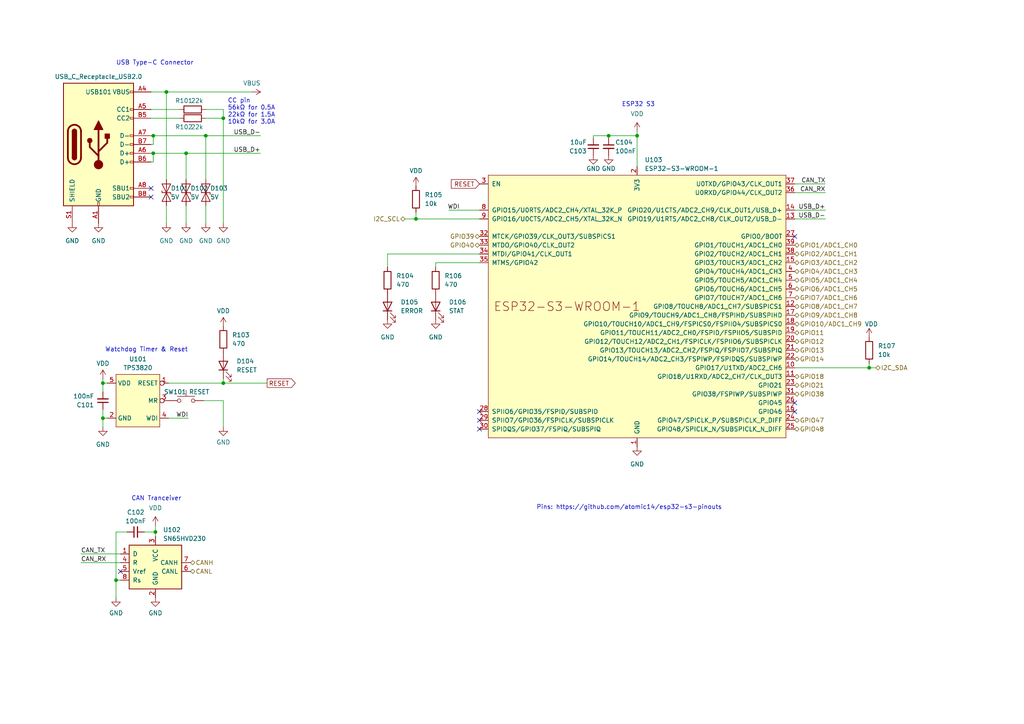
<source format=kicad_sch>
(kicad_sch
	(version 20231120)
	(generator "eeschema")
	(generator_version "8.0")
	(uuid "d339b9d8-51a7-460e-bb19-8d8c25d3e2aa")
	(paper "A4")
	(lib_symbols
		(symbol "Connector:USB_C_Receptacle_USB2.0"
			(pin_names
				(offset 1.016)
			)
			(exclude_from_sim no)
			(in_bom yes)
			(on_board yes)
			(property "Reference" "J"
				(at -10.16 19.05 0)
				(effects
					(font
						(size 1.27 1.27)
					)
					(justify left)
				)
			)
			(property "Value" "USB_C_Receptacle_USB2.0"
				(at 19.05 19.05 0)
				(effects
					(font
						(size 1.27 1.27)
					)
					(justify right)
				)
			)
			(property "Footprint" ""
				(at 3.81 0 0)
				(effects
					(font
						(size 1.27 1.27)
					)
					(hide yes)
				)
			)
			(property "Datasheet" "https://www.usb.org/sites/default/files/documents/usb_type-c.zip"
				(at 3.81 0 0)
				(effects
					(font
						(size 1.27 1.27)
					)
					(hide yes)
				)
			)
			(property "Description" "USB 2.0-only Type-C Receptacle connector"
				(at 0 0 0)
				(effects
					(font
						(size 1.27 1.27)
					)
					(hide yes)
				)
			)
			(property "ki_keywords" "usb universal serial bus type-C USB2.0"
				(at 0 0 0)
				(effects
					(font
						(size 1.27 1.27)
					)
					(hide yes)
				)
			)
			(property "ki_fp_filters" "USB*C*Receptacle*"
				(at 0 0 0)
				(effects
					(font
						(size 1.27 1.27)
					)
					(hide yes)
				)
			)
			(symbol "USB_C_Receptacle_USB2.0_0_0"
				(rectangle
					(start -0.254 -17.78)
					(end 0.254 -16.764)
					(stroke
						(width 0)
						(type default)
					)
					(fill
						(type none)
					)
				)
				(rectangle
					(start 10.16 -14.986)
					(end 9.144 -15.494)
					(stroke
						(width 0)
						(type default)
					)
					(fill
						(type none)
					)
				)
				(rectangle
					(start 10.16 -12.446)
					(end 9.144 -12.954)
					(stroke
						(width 0)
						(type default)
					)
					(fill
						(type none)
					)
				)
				(rectangle
					(start 10.16 -4.826)
					(end 9.144 -5.334)
					(stroke
						(width 0)
						(type default)
					)
					(fill
						(type none)
					)
				)
				(rectangle
					(start 10.16 -2.286)
					(end 9.144 -2.794)
					(stroke
						(width 0)
						(type default)
					)
					(fill
						(type none)
					)
				)
				(rectangle
					(start 10.16 0.254)
					(end 9.144 -0.254)
					(stroke
						(width 0)
						(type default)
					)
					(fill
						(type none)
					)
				)
				(rectangle
					(start 10.16 2.794)
					(end 9.144 2.286)
					(stroke
						(width 0)
						(type default)
					)
					(fill
						(type none)
					)
				)
				(rectangle
					(start 10.16 7.874)
					(end 9.144 7.366)
					(stroke
						(width 0)
						(type default)
					)
					(fill
						(type none)
					)
				)
				(rectangle
					(start 10.16 10.414)
					(end 9.144 9.906)
					(stroke
						(width 0)
						(type default)
					)
					(fill
						(type none)
					)
				)
				(rectangle
					(start 10.16 15.494)
					(end 9.144 14.986)
					(stroke
						(width 0)
						(type default)
					)
					(fill
						(type none)
					)
				)
			)
			(symbol "USB_C_Receptacle_USB2.0_0_1"
				(rectangle
					(start -10.16 17.78)
					(end 10.16 -17.78)
					(stroke
						(width 0.254)
						(type default)
					)
					(fill
						(type background)
					)
				)
				(arc
					(start -8.89 -3.81)
					(mid -6.985 -5.7067)
					(end -5.08 -3.81)
					(stroke
						(width 0.508)
						(type default)
					)
					(fill
						(type none)
					)
				)
				(arc
					(start -7.62 -3.81)
					(mid -6.985 -4.4423)
					(end -6.35 -3.81)
					(stroke
						(width 0.254)
						(type default)
					)
					(fill
						(type none)
					)
				)
				(arc
					(start -7.62 -3.81)
					(mid -6.985 -4.4423)
					(end -6.35 -3.81)
					(stroke
						(width 0.254)
						(type default)
					)
					(fill
						(type outline)
					)
				)
				(rectangle
					(start -7.62 -3.81)
					(end -6.35 3.81)
					(stroke
						(width 0.254)
						(type default)
					)
					(fill
						(type outline)
					)
				)
				(arc
					(start -6.35 3.81)
					(mid -6.985 4.4423)
					(end -7.62 3.81)
					(stroke
						(width 0.254)
						(type default)
					)
					(fill
						(type none)
					)
				)
				(arc
					(start -6.35 3.81)
					(mid -6.985 4.4423)
					(end -7.62 3.81)
					(stroke
						(width 0.254)
						(type default)
					)
					(fill
						(type outline)
					)
				)
				(arc
					(start -5.08 3.81)
					(mid -6.985 5.7067)
					(end -8.89 3.81)
					(stroke
						(width 0.508)
						(type default)
					)
					(fill
						(type none)
					)
				)
				(circle
					(center -2.54 1.143)
					(radius 0.635)
					(stroke
						(width 0.254)
						(type default)
					)
					(fill
						(type outline)
					)
				)
				(circle
					(center 0 -5.842)
					(radius 1.27)
					(stroke
						(width 0)
						(type default)
					)
					(fill
						(type outline)
					)
				)
				(polyline
					(pts
						(xy -8.89 -3.81) (xy -8.89 3.81)
					)
					(stroke
						(width 0.508)
						(type default)
					)
					(fill
						(type none)
					)
				)
				(polyline
					(pts
						(xy -5.08 3.81) (xy -5.08 -3.81)
					)
					(stroke
						(width 0.508)
						(type default)
					)
					(fill
						(type none)
					)
				)
				(polyline
					(pts
						(xy 0 -5.842) (xy 0 4.318)
					)
					(stroke
						(width 0.508)
						(type default)
					)
					(fill
						(type none)
					)
				)
				(polyline
					(pts
						(xy 0 -3.302) (xy -2.54 -0.762) (xy -2.54 0.508)
					)
					(stroke
						(width 0.508)
						(type default)
					)
					(fill
						(type none)
					)
				)
				(polyline
					(pts
						(xy 0 -2.032) (xy 2.54 0.508) (xy 2.54 1.778)
					)
					(stroke
						(width 0.508)
						(type default)
					)
					(fill
						(type none)
					)
				)
				(polyline
					(pts
						(xy -1.27 4.318) (xy 0 6.858) (xy 1.27 4.318) (xy -1.27 4.318)
					)
					(stroke
						(width 0.254)
						(type default)
					)
					(fill
						(type outline)
					)
				)
				(rectangle
					(start 1.905 1.778)
					(end 3.175 3.048)
					(stroke
						(width 0.254)
						(type default)
					)
					(fill
						(type outline)
					)
				)
			)
			(symbol "USB_C_Receptacle_USB2.0_1_1"
				(pin passive line
					(at 0 -22.86 90)
					(length 5.08)
					(name "GND"
						(effects
							(font
								(size 1.27 1.27)
							)
						)
					)
					(number "A1"
						(effects
							(font
								(size 1.27 1.27)
							)
						)
					)
				)
				(pin passive line
					(at 0 -22.86 90)
					(length 5.08) hide
					(name "GND"
						(effects
							(font
								(size 1.27 1.27)
							)
						)
					)
					(number "A12"
						(effects
							(font
								(size 1.27 1.27)
							)
						)
					)
				)
				(pin passive line
					(at 15.24 15.24 180)
					(length 5.08)
					(name "VBUS"
						(effects
							(font
								(size 1.27 1.27)
							)
						)
					)
					(number "A4"
						(effects
							(font
								(size 1.27 1.27)
							)
						)
					)
				)
				(pin bidirectional line
					(at 15.24 10.16 180)
					(length 5.08)
					(name "CC1"
						(effects
							(font
								(size 1.27 1.27)
							)
						)
					)
					(number "A5"
						(effects
							(font
								(size 1.27 1.27)
							)
						)
					)
				)
				(pin bidirectional line
					(at 15.24 -2.54 180)
					(length 5.08)
					(name "D+"
						(effects
							(font
								(size 1.27 1.27)
							)
						)
					)
					(number "A6"
						(effects
							(font
								(size 1.27 1.27)
							)
						)
					)
				)
				(pin bidirectional line
					(at 15.24 2.54 180)
					(length 5.08)
					(name "D-"
						(effects
							(font
								(size 1.27 1.27)
							)
						)
					)
					(number "A7"
						(effects
							(font
								(size 1.27 1.27)
							)
						)
					)
				)
				(pin bidirectional line
					(at 15.24 -12.7 180)
					(length 5.08)
					(name "SBU1"
						(effects
							(font
								(size 1.27 1.27)
							)
						)
					)
					(number "A8"
						(effects
							(font
								(size 1.27 1.27)
							)
						)
					)
				)
				(pin passive line
					(at 15.24 15.24 180)
					(length 5.08) hide
					(name "VBUS"
						(effects
							(font
								(size 1.27 1.27)
							)
						)
					)
					(number "A9"
						(effects
							(font
								(size 1.27 1.27)
							)
						)
					)
				)
				(pin passive line
					(at 0 -22.86 90)
					(length 5.08) hide
					(name "GND"
						(effects
							(font
								(size 1.27 1.27)
							)
						)
					)
					(number "B1"
						(effects
							(font
								(size 1.27 1.27)
							)
						)
					)
				)
				(pin passive line
					(at 0 -22.86 90)
					(length 5.08) hide
					(name "GND"
						(effects
							(font
								(size 1.27 1.27)
							)
						)
					)
					(number "B12"
						(effects
							(font
								(size 1.27 1.27)
							)
						)
					)
				)
				(pin passive line
					(at 15.24 15.24 180)
					(length 5.08) hide
					(name "VBUS"
						(effects
							(font
								(size 1.27 1.27)
							)
						)
					)
					(number "B4"
						(effects
							(font
								(size 1.27 1.27)
							)
						)
					)
				)
				(pin bidirectional line
					(at 15.24 7.62 180)
					(length 5.08)
					(name "CC2"
						(effects
							(font
								(size 1.27 1.27)
							)
						)
					)
					(number "B5"
						(effects
							(font
								(size 1.27 1.27)
							)
						)
					)
				)
				(pin bidirectional line
					(at 15.24 -5.08 180)
					(length 5.08)
					(name "D+"
						(effects
							(font
								(size 1.27 1.27)
							)
						)
					)
					(number "B6"
						(effects
							(font
								(size 1.27 1.27)
							)
						)
					)
				)
				(pin bidirectional line
					(at 15.24 0 180)
					(length 5.08)
					(name "D-"
						(effects
							(font
								(size 1.27 1.27)
							)
						)
					)
					(number "B7"
						(effects
							(font
								(size 1.27 1.27)
							)
						)
					)
				)
				(pin bidirectional line
					(at 15.24 -15.24 180)
					(length 5.08)
					(name "SBU2"
						(effects
							(font
								(size 1.27 1.27)
							)
						)
					)
					(number "B8"
						(effects
							(font
								(size 1.27 1.27)
							)
						)
					)
				)
				(pin passive line
					(at 15.24 15.24 180)
					(length 5.08) hide
					(name "VBUS"
						(effects
							(font
								(size 1.27 1.27)
							)
						)
					)
					(number "B9"
						(effects
							(font
								(size 1.27 1.27)
							)
						)
					)
				)
				(pin passive line
					(at -7.62 -22.86 90)
					(length 5.08)
					(name "SHIELD"
						(effects
							(font
								(size 1.27 1.27)
							)
						)
					)
					(number "S1"
						(effects
							(font
								(size 1.27 1.27)
							)
						)
					)
				)
			)
		)
		(symbol "Device:C_Small"
			(pin_numbers hide)
			(pin_names
				(offset 0.254) hide)
			(exclude_from_sim no)
			(in_bom yes)
			(on_board yes)
			(property "Reference" "C"
				(at 0.254 1.778 0)
				(effects
					(font
						(size 1.27 1.27)
					)
					(justify left)
				)
			)
			(property "Value" "C_Small"
				(at 0.254 -2.032 0)
				(effects
					(font
						(size 1.27 1.27)
					)
					(justify left)
				)
			)
			(property "Footprint" ""
				(at 0 0 0)
				(effects
					(font
						(size 1.27 1.27)
					)
					(hide yes)
				)
			)
			(property "Datasheet" "~"
				(at 0 0 0)
				(effects
					(font
						(size 1.27 1.27)
					)
					(hide yes)
				)
			)
			(property "Description" "Unpolarized capacitor, small symbol"
				(at 0 0 0)
				(effects
					(font
						(size 1.27 1.27)
					)
					(hide yes)
				)
			)
			(property "ki_keywords" "capacitor cap"
				(at 0 0 0)
				(effects
					(font
						(size 1.27 1.27)
					)
					(hide yes)
				)
			)
			(property "ki_fp_filters" "C_*"
				(at 0 0 0)
				(effects
					(font
						(size 1.27 1.27)
					)
					(hide yes)
				)
			)
			(symbol "C_Small_0_1"
				(polyline
					(pts
						(xy -1.524 -0.508) (xy 1.524 -0.508)
					)
					(stroke
						(width 0.3302)
						(type default)
					)
					(fill
						(type none)
					)
				)
				(polyline
					(pts
						(xy -1.524 0.508) (xy 1.524 0.508)
					)
					(stroke
						(width 0.3048)
						(type default)
					)
					(fill
						(type none)
					)
				)
			)
			(symbol "C_Small_1_1"
				(pin passive line
					(at 0 2.54 270)
					(length 2.032)
					(name "~"
						(effects
							(font
								(size 1.27 1.27)
							)
						)
					)
					(number "1"
						(effects
							(font
								(size 1.27 1.27)
							)
						)
					)
				)
				(pin passive line
					(at 0 -2.54 90)
					(length 2.032)
					(name "~"
						(effects
							(font
								(size 1.27 1.27)
							)
						)
					)
					(number "2"
						(effects
							(font
								(size 1.27 1.27)
							)
						)
					)
				)
			)
		)
		(symbol "Device:LED"
			(pin_numbers hide)
			(pin_names
				(offset 1.016) hide)
			(exclude_from_sim no)
			(in_bom yes)
			(on_board yes)
			(property "Reference" "D"
				(at 0 2.54 0)
				(effects
					(font
						(size 1.27 1.27)
					)
				)
			)
			(property "Value" "LED"
				(at 0 -2.54 0)
				(effects
					(font
						(size 1.27 1.27)
					)
				)
			)
			(property "Footprint" ""
				(at 0 0 0)
				(effects
					(font
						(size 1.27 1.27)
					)
					(hide yes)
				)
			)
			(property "Datasheet" "~"
				(at 0 0 0)
				(effects
					(font
						(size 1.27 1.27)
					)
					(hide yes)
				)
			)
			(property "Description" "Light emitting diode"
				(at 0 0 0)
				(effects
					(font
						(size 1.27 1.27)
					)
					(hide yes)
				)
			)
			(property "ki_keywords" "LED diode"
				(at 0 0 0)
				(effects
					(font
						(size 1.27 1.27)
					)
					(hide yes)
				)
			)
			(property "ki_fp_filters" "LED* LED_SMD:* LED_THT:*"
				(at 0 0 0)
				(effects
					(font
						(size 1.27 1.27)
					)
					(hide yes)
				)
			)
			(symbol "LED_0_1"
				(polyline
					(pts
						(xy -1.27 -1.27) (xy -1.27 1.27)
					)
					(stroke
						(width 0.254)
						(type default)
					)
					(fill
						(type none)
					)
				)
				(polyline
					(pts
						(xy -1.27 0) (xy 1.27 0)
					)
					(stroke
						(width 0)
						(type default)
					)
					(fill
						(type none)
					)
				)
				(polyline
					(pts
						(xy 1.27 -1.27) (xy 1.27 1.27) (xy -1.27 0) (xy 1.27 -1.27)
					)
					(stroke
						(width 0.254)
						(type default)
					)
					(fill
						(type none)
					)
				)
				(polyline
					(pts
						(xy -3.048 -0.762) (xy -4.572 -2.286) (xy -3.81 -2.286) (xy -4.572 -2.286) (xy -4.572 -1.524)
					)
					(stroke
						(width 0)
						(type default)
					)
					(fill
						(type none)
					)
				)
				(polyline
					(pts
						(xy -1.778 -0.762) (xy -3.302 -2.286) (xy -2.54 -2.286) (xy -3.302 -2.286) (xy -3.302 -1.524)
					)
					(stroke
						(width 0)
						(type default)
					)
					(fill
						(type none)
					)
				)
			)
			(symbol "LED_1_1"
				(pin passive line
					(at -3.81 0 0)
					(length 2.54)
					(name "K"
						(effects
							(font
								(size 1.27 1.27)
							)
						)
					)
					(number "1"
						(effects
							(font
								(size 1.27 1.27)
							)
						)
					)
				)
				(pin passive line
					(at 3.81 0 180)
					(length 2.54)
					(name "A"
						(effects
							(font
								(size 1.27 1.27)
							)
						)
					)
					(number "2"
						(effects
							(font
								(size 1.27 1.27)
							)
						)
					)
				)
			)
		)
		(symbol "Device:R"
			(pin_numbers hide)
			(pin_names
				(offset 0)
			)
			(exclude_from_sim no)
			(in_bom yes)
			(on_board yes)
			(property "Reference" "R"
				(at 2.032 0 90)
				(effects
					(font
						(size 1.27 1.27)
					)
				)
			)
			(property "Value" "R"
				(at 0 0 90)
				(effects
					(font
						(size 1.27 1.27)
					)
				)
			)
			(property "Footprint" ""
				(at -1.778 0 90)
				(effects
					(font
						(size 1.27 1.27)
					)
					(hide yes)
				)
			)
			(property "Datasheet" "~"
				(at 0 0 0)
				(effects
					(font
						(size 1.27 1.27)
					)
					(hide yes)
				)
			)
			(property "Description" "Resistor"
				(at 0 0 0)
				(effects
					(font
						(size 1.27 1.27)
					)
					(hide yes)
				)
			)
			(property "ki_keywords" "R res resistor"
				(at 0 0 0)
				(effects
					(font
						(size 1.27 1.27)
					)
					(hide yes)
				)
			)
			(property "ki_fp_filters" "R_*"
				(at 0 0 0)
				(effects
					(font
						(size 1.27 1.27)
					)
					(hide yes)
				)
			)
			(symbol "R_0_1"
				(rectangle
					(start -1.016 -2.54)
					(end 1.016 2.54)
					(stroke
						(width 0.254)
						(type default)
					)
					(fill
						(type none)
					)
				)
			)
			(symbol "R_1_1"
				(pin passive line
					(at 0 3.81 270)
					(length 1.27)
					(name "~"
						(effects
							(font
								(size 1.27 1.27)
							)
						)
					)
					(number "1"
						(effects
							(font
								(size 1.27 1.27)
							)
						)
					)
				)
				(pin passive line
					(at 0 -3.81 90)
					(length 1.27)
					(name "~"
						(effects
							(font
								(size 1.27 1.27)
							)
						)
					)
					(number "2"
						(effects
							(font
								(size 1.27 1.27)
							)
						)
					)
				)
			)
		)
		(symbol "Diode:ESD9B5.0ST5G"
			(pin_numbers hide)
			(pin_names
				(offset 1.016) hide)
			(exclude_from_sim no)
			(in_bom yes)
			(on_board yes)
			(property "Reference" "D"
				(at 0 2.54 0)
				(effects
					(font
						(size 1.27 1.27)
					)
				)
			)
			(property "Value" "ESD9B5.0ST5G"
				(at 0 -2.54 0)
				(effects
					(font
						(size 1.27 1.27)
					)
				)
			)
			(property "Footprint" "Diode_SMD:D_SOD-923"
				(at 0 0 0)
				(effects
					(font
						(size 1.27 1.27)
					)
					(hide yes)
				)
			)
			(property "Datasheet" "https://www.onsemi.com/pub/Collateral/ESD9B-D.PDF"
				(at 0 0 0)
				(effects
					(font
						(size 1.27 1.27)
					)
					(hide yes)
				)
			)
			(property "Description" "ESD protection diode, 5.0Vrwm, SOD-923"
				(at 0 0 0)
				(effects
					(font
						(size 1.27 1.27)
					)
					(hide yes)
				)
			)
			(property "ki_keywords" "diode TVS ESD"
				(at 0 0 0)
				(effects
					(font
						(size 1.27 1.27)
					)
					(hide yes)
				)
			)
			(property "ki_fp_filters" "D*SOD?923*"
				(at 0 0 0)
				(effects
					(font
						(size 1.27 1.27)
					)
					(hide yes)
				)
			)
			(symbol "ESD9B5.0ST5G_0_1"
				(polyline
					(pts
						(xy 1.27 0) (xy -1.27 0)
					)
					(stroke
						(width 0)
						(type default)
					)
					(fill
						(type none)
					)
				)
				(polyline
					(pts
						(xy -2.54 -1.27) (xy 0 0) (xy -2.54 1.27) (xy -2.54 -1.27)
					)
					(stroke
						(width 0.2032)
						(type default)
					)
					(fill
						(type none)
					)
				)
				(polyline
					(pts
						(xy 0.508 1.27) (xy 0 1.27) (xy 0 -1.27) (xy -0.508 -1.27)
					)
					(stroke
						(width 0.2032)
						(type default)
					)
					(fill
						(type none)
					)
				)
				(polyline
					(pts
						(xy 2.54 1.27) (xy 2.54 -1.27) (xy 0 0) (xy 2.54 1.27)
					)
					(stroke
						(width 0.2032)
						(type default)
					)
					(fill
						(type none)
					)
				)
			)
			(symbol "ESD9B5.0ST5G_1_1"
				(pin passive line
					(at -3.81 0 0)
					(length 2.54)
					(name "A1"
						(effects
							(font
								(size 1.27 1.27)
							)
						)
					)
					(number "1"
						(effects
							(font
								(size 1.27 1.27)
							)
						)
					)
				)
				(pin passive line
					(at 3.81 0 180)
					(length 2.54)
					(name "A2"
						(effects
							(font
								(size 1.27 1.27)
							)
						)
					)
					(number "2"
						(effects
							(font
								(size 1.27 1.27)
							)
						)
					)
				)
			)
		)
		(symbol "Interface_CAN_LIN:SN65HVD230"
			(pin_names
				(offset 1.016)
			)
			(exclude_from_sim no)
			(in_bom yes)
			(on_board yes)
			(property "Reference" "U"
				(at -2.54 10.16 0)
				(effects
					(font
						(size 1.27 1.27)
					)
					(justify right)
				)
			)
			(property "Value" "SN65HVD230"
				(at -2.54 7.62 0)
				(effects
					(font
						(size 1.27 1.27)
					)
					(justify right)
				)
			)
			(property "Footprint" "Package_SO:SOIC-8_3.9x4.9mm_P1.27mm"
				(at 0 -12.7 0)
				(effects
					(font
						(size 1.27 1.27)
					)
					(hide yes)
				)
			)
			(property "Datasheet" "http://www.ti.com/lit/ds/symlink/sn65hvd230.pdf"
				(at -2.54 10.16 0)
				(effects
					(font
						(size 1.27 1.27)
					)
					(hide yes)
				)
			)
			(property "Description" "CAN Bus Transceivers, 3.3V, 1Mbps, Low-Power capabilities, SOIC-8"
				(at 0 0 0)
				(effects
					(font
						(size 1.27 1.27)
					)
					(hide yes)
				)
			)
			(property "ki_keywords" "can transeiver ti low-power"
				(at 0 0 0)
				(effects
					(font
						(size 1.27 1.27)
					)
					(hide yes)
				)
			)
			(property "ki_fp_filters" "SOIC*3.9x4.9mm*P1.27mm*"
				(at 0 0 0)
				(effects
					(font
						(size 1.27 1.27)
					)
					(hide yes)
				)
			)
			(symbol "SN65HVD230_0_1"
				(rectangle
					(start -7.62 5.08)
					(end 7.62 -7.62)
					(stroke
						(width 0.254)
						(type default)
					)
					(fill
						(type background)
					)
				)
			)
			(symbol "SN65HVD230_1_1"
				(pin input line
					(at -10.16 2.54 0)
					(length 2.54)
					(name "D"
						(effects
							(font
								(size 1.27 1.27)
							)
						)
					)
					(number "1"
						(effects
							(font
								(size 1.27 1.27)
							)
						)
					)
				)
				(pin power_in line
					(at 0 -10.16 90)
					(length 2.54)
					(name "GND"
						(effects
							(font
								(size 1.27 1.27)
							)
						)
					)
					(number "2"
						(effects
							(font
								(size 1.27 1.27)
							)
						)
					)
				)
				(pin power_in line
					(at 0 7.62 270)
					(length 2.54)
					(name "VCC"
						(effects
							(font
								(size 1.27 1.27)
							)
						)
					)
					(number "3"
						(effects
							(font
								(size 1.27 1.27)
							)
						)
					)
				)
				(pin output line
					(at -10.16 0 0)
					(length 2.54)
					(name "R"
						(effects
							(font
								(size 1.27 1.27)
							)
						)
					)
					(number "4"
						(effects
							(font
								(size 1.27 1.27)
							)
						)
					)
				)
				(pin output line
					(at -10.16 -2.54 0)
					(length 2.54)
					(name "Vref"
						(effects
							(font
								(size 1.27 1.27)
							)
						)
					)
					(number "5"
						(effects
							(font
								(size 1.27 1.27)
							)
						)
					)
				)
				(pin bidirectional line
					(at 10.16 -2.54 180)
					(length 2.54)
					(name "CANL"
						(effects
							(font
								(size 1.27 1.27)
							)
						)
					)
					(number "6"
						(effects
							(font
								(size 1.27 1.27)
							)
						)
					)
				)
				(pin bidirectional line
					(at 10.16 0 180)
					(length 2.54)
					(name "CANH"
						(effects
							(font
								(size 1.27 1.27)
							)
						)
					)
					(number "7"
						(effects
							(font
								(size 1.27 1.27)
							)
						)
					)
				)
				(pin input line
					(at -10.16 -5.08 0)
					(length 2.54)
					(name "Rs"
						(effects
							(font
								(size 1.27 1.27)
							)
						)
					)
					(number "8"
						(effects
							(font
								(size 1.27 1.27)
							)
						)
					)
				)
			)
		)
		(symbol "PCM_Espressif:ESP32-S3-WROOM-1"
			(pin_names
				(offset 1.016)
			)
			(exclude_from_sim no)
			(in_bom yes)
			(on_board yes)
			(property "Reference" "U"
				(at -43.18 43.18 0)
				(effects
					(font
						(size 1.27 1.27)
					)
					(justify left)
				)
			)
			(property "Value" "ESP32-S3-WROOM-1"
				(at -43.18 40.64 0)
				(effects
					(font
						(size 1.27 1.27)
					)
					(justify left)
				)
			)
			(property "Footprint" "PCM_Espressif:ESP32-S3-WROOM-1"
				(at 2.54 -48.26 0)
				(effects
					(font
						(size 1.27 1.27)
					)
					(hide yes)
				)
			)
			(property "Datasheet" "https://www.espressif.com/sites/default/files/documentation/esp32-s3-wroom-1_wroom-1u_datasheet_en.pdf"
				(at 2.54 -50.8 0)
				(effects
					(font
						(size 1.27 1.27)
					)
					(hide yes)
				)
			)
			(property "Description" "2.4 GHz WiFi (802.11 b/g/n) and Bluetooth ® 5 (LE) module Built around ESP32S3 series of SoCs, Xtensa ® dualcore 32bit LX7 microprocessor Flash up to 16 MB, PSRAM up to 8 MB 36 GPIOs, rich set of peripherals Onboard PCB antenna"
				(at 0 0 0)
				(effects
					(font
						(size 1.27 1.27)
					)
					(hide yes)
				)
			)
			(symbol "ESP32-S3-WROOM-1_0_0"
				(text "ESP32-S3-WROOM-1"
					(at -20.32 0 0)
					(effects
						(font
							(size 2.54 2.54)
						)
					)
				)
				(pin power_in line
					(at 0 -40.64 90)
					(length 2.54)
					(name "GND"
						(effects
							(font
								(size 1.27 1.27)
							)
						)
					)
					(number "1"
						(effects
							(font
								(size 1.27 1.27)
							)
						)
					)
				)
				(pin bidirectional line
					(at 45.72 -17.78 180)
					(length 2.54)
					(name "GPIO17/U1TXD/ADC2_CH6"
						(effects
							(font
								(size 1.27 1.27)
							)
						)
					)
					(number "10"
						(effects
							(font
								(size 1.27 1.27)
							)
						)
					)
				)
				(pin bidirectional line
					(at 45.72 -20.32 180)
					(length 2.54)
					(name "GPIO18/U1RXD/ADC2_CH7/CLK_OUT3"
						(effects
							(font
								(size 1.27 1.27)
							)
						)
					)
					(number "11"
						(effects
							(font
								(size 1.27 1.27)
							)
						)
					)
				)
				(pin bidirectional line
					(at 45.72 0 180)
					(length 2.54)
					(name "GPIO8/TOUCH8/ADC1_CH7/SUBSPICS1"
						(effects
							(font
								(size 1.27 1.27)
							)
						)
					)
					(number "12"
						(effects
							(font
								(size 1.27 1.27)
							)
						)
					)
				)
				(pin bidirectional line
					(at 45.72 25.4 180)
					(length 2.54)
					(name "GPIO19/U1RTS/ADC2_CH8/CLK_OUT2/USB_D-"
						(effects
							(font
								(size 1.27 1.27)
							)
						)
					)
					(number "13"
						(effects
							(font
								(size 1.27 1.27)
							)
						)
					)
				)
				(pin bidirectional line
					(at 45.72 27.94 180)
					(length 2.54)
					(name "GPIO20/U1CTS/ADC2_CH9/CLK_OUT1/USB_D+"
						(effects
							(font
								(size 1.27 1.27)
							)
						)
					)
					(number "14"
						(effects
							(font
								(size 1.27 1.27)
							)
						)
					)
				)
				(pin bidirectional line
					(at 45.72 12.7 180)
					(length 2.54)
					(name "GPIO3/TOUCH3/ADC1_CH2"
						(effects
							(font
								(size 1.27 1.27)
							)
						)
					)
					(number "15"
						(effects
							(font
								(size 1.27 1.27)
							)
						)
					)
				)
				(pin bidirectional line
					(at 45.72 -30.48 180)
					(length 2.54)
					(name "GPIO46"
						(effects
							(font
								(size 1.27 1.27)
							)
						)
					)
					(number "16"
						(effects
							(font
								(size 1.27 1.27)
							)
						)
					)
				)
				(pin bidirectional line
					(at 45.72 -2.54 180)
					(length 2.54)
					(name "GPIO9/TOUCH9/ADC1_CH8/FSPIHD/SUBSPIHD"
						(effects
							(font
								(size 1.27 1.27)
							)
						)
					)
					(number "17"
						(effects
							(font
								(size 1.27 1.27)
							)
						)
					)
				)
				(pin bidirectional line
					(at 45.72 -5.08 180)
					(length 2.54)
					(name "GPIO10/TOUCH10/ADC1_CH9/FSPICS0/FSPIIO4/SUBSPICS0"
						(effects
							(font
								(size 1.27 1.27)
							)
						)
					)
					(number "18"
						(effects
							(font
								(size 1.27 1.27)
							)
						)
					)
				)
				(pin bidirectional line
					(at 45.72 -7.62 180)
					(length 2.54)
					(name "GPIO11/TOUCH11/ADC2_CH0/FSPID/FSPIIO5/SUBSPID"
						(effects
							(font
								(size 1.27 1.27)
							)
						)
					)
					(number "19"
						(effects
							(font
								(size 1.27 1.27)
							)
						)
					)
				)
				(pin power_in line
					(at 0 40.64 270)
					(length 2.54)
					(name "3V3"
						(effects
							(font
								(size 1.27 1.27)
							)
						)
					)
					(number "2"
						(effects
							(font
								(size 1.27 1.27)
							)
						)
					)
				)
				(pin bidirectional line
					(at 45.72 -10.16 180)
					(length 2.54)
					(name "GPIO12/TOUCH12/ADC2_CH1/FSPICLK/FSPIIO6/SUBSPICLK"
						(effects
							(font
								(size 1.27 1.27)
							)
						)
					)
					(number "20"
						(effects
							(font
								(size 1.27 1.27)
							)
						)
					)
				)
				(pin bidirectional line
					(at 45.72 -12.7 180)
					(length 2.54)
					(name "GPIO13/TOUCH13/ADC2_CH2/FSPIQ/FSPIIO7/SUBSPIQ"
						(effects
							(font
								(size 1.27 1.27)
							)
						)
					)
					(number "21"
						(effects
							(font
								(size 1.27 1.27)
							)
						)
					)
				)
				(pin bidirectional line
					(at 45.72 -15.24 180)
					(length 2.54)
					(name "GPIO14/TOUCH14/ADC2_CH3/FSPIWP/FSPIDQS/SUBSPIWP"
						(effects
							(font
								(size 1.27 1.27)
							)
						)
					)
					(number "22"
						(effects
							(font
								(size 1.27 1.27)
							)
						)
					)
				)
				(pin bidirectional line
					(at 45.72 -22.86 180)
					(length 2.54)
					(name "GPIO21"
						(effects
							(font
								(size 1.27 1.27)
							)
						)
					)
					(number "23"
						(effects
							(font
								(size 1.27 1.27)
							)
						)
					)
				)
				(pin bidirectional line
					(at 45.72 -33.02 180)
					(length 2.54)
					(name "GPIO47/SPICLK_P/SUBSPICLK_P_DIFF"
						(effects
							(font
								(size 1.27 1.27)
							)
						)
					)
					(number "24"
						(effects
							(font
								(size 1.27 1.27)
							)
						)
					)
				)
				(pin bidirectional line
					(at 45.72 -35.56 180)
					(length 2.54)
					(name "GPIO48/SPICLK_N/SUBSPICLK_N_DIFF"
						(effects
							(font
								(size 1.27 1.27)
							)
						)
					)
					(number "25"
						(effects
							(font
								(size 1.27 1.27)
							)
						)
					)
				)
				(pin bidirectional line
					(at 45.72 -27.94 180)
					(length 2.54)
					(name "GPIO45"
						(effects
							(font
								(size 1.27 1.27)
							)
						)
					)
					(number "26"
						(effects
							(font
								(size 1.27 1.27)
							)
						)
					)
				)
				(pin bidirectional line
					(at 45.72 20.32 180)
					(length 2.54)
					(name "GPIO0/BOOT"
						(effects
							(font
								(size 1.27 1.27)
							)
						)
					)
					(number "27"
						(effects
							(font
								(size 1.27 1.27)
							)
						)
					)
				)
				(pin bidirectional line
					(at -45.72 -30.48 0)
					(length 2.54)
					(name "SPIIO6/GPIO35/FSPID/SUBSPID"
						(effects
							(font
								(size 1.27 1.27)
							)
						)
					)
					(number "28"
						(effects
							(font
								(size 1.27 1.27)
							)
						)
					)
				)
				(pin bidirectional line
					(at -45.72 -33.02 0)
					(length 2.54)
					(name "SPIIO7/GPIO36/FSPICLK/SUBSPICLK"
						(effects
							(font
								(size 1.27 1.27)
							)
						)
					)
					(number "29"
						(effects
							(font
								(size 1.27 1.27)
							)
						)
					)
				)
				(pin input line
					(at -45.72 35.56 0)
					(length 2.54)
					(name "EN"
						(effects
							(font
								(size 1.27 1.27)
							)
						)
					)
					(number "3"
						(effects
							(font
								(size 1.27 1.27)
							)
						)
					)
				)
				(pin bidirectional line
					(at -45.72 -35.56 0)
					(length 2.54)
					(name "SPIDQS/GPIO37/FSPIQ/SUBSPIQ"
						(effects
							(font
								(size 1.27 1.27)
							)
						)
					)
					(number "30"
						(effects
							(font
								(size 1.27 1.27)
							)
						)
					)
				)
				(pin bidirectional line
					(at 45.72 -25.4 180)
					(length 2.54)
					(name "GPIO38/FSPIWP/SUBSPIWP"
						(effects
							(font
								(size 1.27 1.27)
							)
						)
					)
					(number "31"
						(effects
							(font
								(size 1.27 1.27)
							)
						)
					)
				)
				(pin bidirectional line
					(at -45.72 20.32 0)
					(length 2.54)
					(name "MTCK/GPIO39/CLK_OUT3/SUBSPICS1"
						(effects
							(font
								(size 1.27 1.27)
							)
						)
					)
					(number "32"
						(effects
							(font
								(size 1.27 1.27)
							)
						)
					)
				)
				(pin bidirectional line
					(at -45.72 17.78 0)
					(length 2.54)
					(name "MTDO/GPIO40/CLK_OUT2"
						(effects
							(font
								(size 1.27 1.27)
							)
						)
					)
					(number "33"
						(effects
							(font
								(size 1.27 1.27)
							)
						)
					)
				)
				(pin bidirectional line
					(at -45.72 15.24 0)
					(length 2.54)
					(name "MTDI/GPIO41/CLK_OUT1"
						(effects
							(font
								(size 1.27 1.27)
							)
						)
					)
					(number "34"
						(effects
							(font
								(size 1.27 1.27)
							)
						)
					)
				)
				(pin bidirectional line
					(at -45.72 12.7 0)
					(length 2.54)
					(name "MTMS/GPIO42"
						(effects
							(font
								(size 1.27 1.27)
							)
						)
					)
					(number "35"
						(effects
							(font
								(size 1.27 1.27)
							)
						)
					)
				)
				(pin bidirectional line
					(at 45.72 33.02 180)
					(length 2.54)
					(name "U0RXD/GPIO44/CLK_OUT2"
						(effects
							(font
								(size 1.27 1.27)
							)
						)
					)
					(number "36"
						(effects
							(font
								(size 1.27 1.27)
							)
						)
					)
				)
				(pin bidirectional line
					(at 45.72 35.56 180)
					(length 2.54)
					(name "U0TXD/GPIO43/CLK_OUT1"
						(effects
							(font
								(size 1.27 1.27)
							)
						)
					)
					(number "37"
						(effects
							(font
								(size 1.27 1.27)
							)
						)
					)
				)
				(pin bidirectional line
					(at 45.72 15.24 180)
					(length 2.54)
					(name "GPIO2/TOUCH2/ADC1_CH1"
						(effects
							(font
								(size 1.27 1.27)
							)
						)
					)
					(number "38"
						(effects
							(font
								(size 1.27 1.27)
							)
						)
					)
				)
				(pin bidirectional line
					(at 45.72 17.78 180)
					(length 2.54)
					(name "GPIO1/TOUCH1/ADC1_CH0"
						(effects
							(font
								(size 1.27 1.27)
							)
						)
					)
					(number "39"
						(effects
							(font
								(size 1.27 1.27)
							)
						)
					)
				)
				(pin bidirectional line
					(at 45.72 10.16 180)
					(length 2.54)
					(name "GPIO4/TOUCH4/ADC1_CH3"
						(effects
							(font
								(size 1.27 1.27)
							)
						)
					)
					(number "4"
						(effects
							(font
								(size 1.27 1.27)
							)
						)
					)
				)
				(pin passive line
					(at 0 -40.64 90)
					(length 2.54) hide
					(name "GND"
						(effects
							(font
								(size 1.27 1.27)
							)
						)
					)
					(number "40"
						(effects
							(font
								(size 1.27 1.27)
							)
						)
					)
				)
				(pin passive line
					(at 0 -40.64 90)
					(length 2.54) hide
					(name "GND"
						(effects
							(font
								(size 1.27 1.27)
							)
						)
					)
					(number "41"
						(effects
							(font
								(size 1.27 1.27)
							)
						)
					)
				)
				(pin bidirectional line
					(at 45.72 7.62 180)
					(length 2.54)
					(name "GPIO5/TOUCH5/ADC1_CH4"
						(effects
							(font
								(size 1.27 1.27)
							)
						)
					)
					(number "5"
						(effects
							(font
								(size 1.27 1.27)
							)
						)
					)
				)
				(pin bidirectional line
					(at 45.72 5.08 180)
					(length 2.54)
					(name "GPIO6/TOUCH6/ADC1_CH5"
						(effects
							(font
								(size 1.27 1.27)
							)
						)
					)
					(number "6"
						(effects
							(font
								(size 1.27 1.27)
							)
						)
					)
				)
				(pin bidirectional line
					(at 45.72 2.54 180)
					(length 2.54)
					(name "GPIO7/TOUCH7/ADC1_CH6"
						(effects
							(font
								(size 1.27 1.27)
							)
						)
					)
					(number "7"
						(effects
							(font
								(size 1.27 1.27)
							)
						)
					)
				)
				(pin bidirectional line
					(at -45.72 27.94 0)
					(length 2.54)
					(name "GPIO15/U0RTS/ADC2_CH4/XTAL_32K_P"
						(effects
							(font
								(size 1.27 1.27)
							)
						)
					)
					(number "8"
						(effects
							(font
								(size 1.27 1.27)
							)
						)
					)
				)
				(pin bidirectional line
					(at -45.72 25.4 0)
					(length 2.54)
					(name "GPIO16/U0CTS/ADC2_CH5/XTAL_32K_N"
						(effects
							(font
								(size 1.27 1.27)
							)
						)
					)
					(number "9"
						(effects
							(font
								(size 1.27 1.27)
							)
						)
					)
				)
			)
			(symbol "ESP32-S3-WROOM-1_0_1"
				(rectangle
					(start -43.18 38.1)
					(end 43.18 -38.1)
					(stroke
						(width 0)
						(type default)
					)
					(fill
						(type background)
					)
				)
			)
		)
		(symbol "Switch:SW_Push"
			(pin_numbers hide)
			(pin_names
				(offset 1.016) hide)
			(exclude_from_sim no)
			(in_bom yes)
			(on_board yes)
			(property "Reference" "SW"
				(at 1.27 2.54 0)
				(effects
					(font
						(size 1.27 1.27)
					)
					(justify left)
				)
			)
			(property "Value" "SW_Push"
				(at 0 -1.524 0)
				(effects
					(font
						(size 1.27 1.27)
					)
				)
			)
			(property "Footprint" ""
				(at 0 5.08 0)
				(effects
					(font
						(size 1.27 1.27)
					)
					(hide yes)
				)
			)
			(property "Datasheet" "~"
				(at 0 5.08 0)
				(effects
					(font
						(size 1.27 1.27)
					)
					(hide yes)
				)
			)
			(property "Description" "Push button switch, generic, two pins"
				(at 0 0 0)
				(effects
					(font
						(size 1.27 1.27)
					)
					(hide yes)
				)
			)
			(property "ki_keywords" "switch normally-open pushbutton push-button"
				(at 0 0 0)
				(effects
					(font
						(size 1.27 1.27)
					)
					(hide yes)
				)
			)
			(symbol "SW_Push_0_1"
				(circle
					(center -2.032 0)
					(radius 0.508)
					(stroke
						(width 0)
						(type default)
					)
					(fill
						(type none)
					)
				)
				(polyline
					(pts
						(xy 0 1.27) (xy 0 3.048)
					)
					(stroke
						(width 0)
						(type default)
					)
					(fill
						(type none)
					)
				)
				(polyline
					(pts
						(xy 2.54 1.27) (xy -2.54 1.27)
					)
					(stroke
						(width 0)
						(type default)
					)
					(fill
						(type none)
					)
				)
				(circle
					(center 2.032 0)
					(radius 0.508)
					(stroke
						(width 0)
						(type default)
					)
					(fill
						(type none)
					)
				)
				(pin passive line
					(at -5.08 0 0)
					(length 2.54)
					(name "1"
						(effects
							(font
								(size 1.27 1.27)
							)
						)
					)
					(number "1"
						(effects
							(font
								(size 1.27 1.27)
							)
						)
					)
				)
				(pin passive line
					(at 5.08 0 180)
					(length 2.54)
					(name "2"
						(effects
							(font
								(size 1.27 1.27)
							)
						)
					)
					(number "2"
						(effects
							(font
								(size 1.27 1.27)
							)
						)
					)
				)
			)
		)
		(symbol "WOBCLibrary:TPS3820"
			(exclude_from_sim no)
			(in_bom yes)
			(on_board yes)
			(property "Reference" "U"
				(at 0 0 0)
				(effects
					(font
						(size 1.27 1.27)
					)
				)
			)
			(property "Value" "TPS3820"
				(at 0 8.89 0)
				(effects
					(font
						(size 1.27 1.27)
					)
				)
			)
			(property "Footprint" ""
				(at 0 11.43 0)
				(effects
					(font
						(size 1.27 1.27)
					)
					(hide yes)
				)
			)
			(property "Datasheet" ""
				(at 0 11.43 0)
				(effects
					(font
						(size 1.27 1.27)
					)
					(hide yes)
				)
			)
			(property "Description" ""
				(at 0 0 0)
				(effects
					(font
						(size 1.27 1.27)
					)
					(hide yes)
				)
			)
			(symbol "TPS3820_1_1"
				(rectangle
					(start -6.35 7.62)
					(end 6.35 -7.62)
					(stroke
						(width 0)
						(type default)
					)
					(fill
						(type background)
					)
				)
				(pin output inverted
					(at 8.89 5.08 180)
					(length 2.54)
					(name "RESET"
						(effects
							(font
								(size 1.27 1.27)
							)
						)
					)
					(number "1"
						(effects
							(font
								(size 1.27 1.27)
							)
						)
					)
				)
				(pin power_in line
					(at -8.89 -5.08 0)
					(length 2.54)
					(name "GND"
						(effects
							(font
								(size 1.27 1.27)
							)
						)
					)
					(number "2"
						(effects
							(font
								(size 1.27 1.27)
							)
						)
					)
				)
				(pin input inverted
					(at 8.89 0 180)
					(length 2.54)
					(name "MR"
						(effects
							(font
								(size 1.27 1.27)
							)
						)
					)
					(number "3"
						(effects
							(font
								(size 1.27 1.27)
							)
						)
					)
				)
				(pin input line
					(at 8.89 -5.08 180)
					(length 2.54)
					(name "WDI"
						(effects
							(font
								(size 1.27 1.27)
							)
						)
					)
					(number "4"
						(effects
							(font
								(size 1.27 1.27)
							)
						)
					)
				)
				(pin power_in line
					(at -8.89 5.08 0)
					(length 2.54)
					(name "VDD"
						(effects
							(font
								(size 1.27 1.27)
							)
						)
					)
					(number "5"
						(effects
							(font
								(size 1.27 1.27)
							)
						)
					)
				)
			)
		)
		(symbol "power:GND"
			(power)
			(pin_names
				(offset 0)
			)
			(exclude_from_sim no)
			(in_bom yes)
			(on_board yes)
			(property "Reference" "#PWR"
				(at 0 -6.35 0)
				(effects
					(font
						(size 1.27 1.27)
					)
					(hide yes)
				)
			)
			(property "Value" "GND"
				(at 0 -3.81 0)
				(effects
					(font
						(size 1.27 1.27)
					)
				)
			)
			(property "Footprint" ""
				(at 0 0 0)
				(effects
					(font
						(size 1.27 1.27)
					)
					(hide yes)
				)
			)
			(property "Datasheet" ""
				(at 0 0 0)
				(effects
					(font
						(size 1.27 1.27)
					)
					(hide yes)
				)
			)
			(property "Description" "Power symbol creates a global label with name \"GND\" , ground"
				(at 0 0 0)
				(effects
					(font
						(size 1.27 1.27)
					)
					(hide yes)
				)
			)
			(property "ki_keywords" "global power"
				(at 0 0 0)
				(effects
					(font
						(size 1.27 1.27)
					)
					(hide yes)
				)
			)
			(symbol "GND_0_1"
				(polyline
					(pts
						(xy 0 0) (xy 0 -1.27) (xy 1.27 -1.27) (xy 0 -2.54) (xy -1.27 -1.27) (xy 0 -1.27)
					)
					(stroke
						(width 0)
						(type default)
					)
					(fill
						(type none)
					)
				)
			)
			(symbol "GND_1_1"
				(pin power_in line
					(at 0 0 270)
					(length 0) hide
					(name "GND"
						(effects
							(font
								(size 1.27 1.27)
							)
						)
					)
					(number "1"
						(effects
							(font
								(size 1.27 1.27)
							)
						)
					)
				)
			)
		)
		(symbol "power:VBUS"
			(power)
			(pin_names
				(offset 0)
			)
			(exclude_from_sim no)
			(in_bom yes)
			(on_board yes)
			(property "Reference" "#PWR"
				(at 0 -3.81 0)
				(effects
					(font
						(size 1.27 1.27)
					)
					(hide yes)
				)
			)
			(property "Value" "VBUS"
				(at 0 3.81 0)
				(effects
					(font
						(size 1.27 1.27)
					)
				)
			)
			(property "Footprint" ""
				(at 0 0 0)
				(effects
					(font
						(size 1.27 1.27)
					)
					(hide yes)
				)
			)
			(property "Datasheet" ""
				(at 0 0 0)
				(effects
					(font
						(size 1.27 1.27)
					)
					(hide yes)
				)
			)
			(property "Description" "Power symbol creates a global label with name \"VBUS\""
				(at 0 0 0)
				(effects
					(font
						(size 1.27 1.27)
					)
					(hide yes)
				)
			)
			(property "ki_keywords" "global power"
				(at 0 0 0)
				(effects
					(font
						(size 1.27 1.27)
					)
					(hide yes)
				)
			)
			(symbol "VBUS_0_1"
				(polyline
					(pts
						(xy -0.762 1.27) (xy 0 2.54)
					)
					(stroke
						(width 0)
						(type default)
					)
					(fill
						(type none)
					)
				)
				(polyline
					(pts
						(xy 0 0) (xy 0 2.54)
					)
					(stroke
						(width 0)
						(type default)
					)
					(fill
						(type none)
					)
				)
				(polyline
					(pts
						(xy 0 2.54) (xy 0.762 1.27)
					)
					(stroke
						(width 0)
						(type default)
					)
					(fill
						(type none)
					)
				)
			)
			(symbol "VBUS_1_1"
				(pin power_in line
					(at 0 0 90)
					(length 0) hide
					(name "VBUS"
						(effects
							(font
								(size 1.27 1.27)
							)
						)
					)
					(number "1"
						(effects
							(font
								(size 1.27 1.27)
							)
						)
					)
				)
			)
		)
		(symbol "power:VDD"
			(power)
			(pin_names
				(offset 0)
			)
			(exclude_from_sim no)
			(in_bom yes)
			(on_board yes)
			(property "Reference" "#PWR"
				(at 0 -3.81 0)
				(effects
					(font
						(size 1.27 1.27)
					)
					(hide yes)
				)
			)
			(property "Value" "VDD"
				(at 0 3.81 0)
				(effects
					(font
						(size 1.27 1.27)
					)
				)
			)
			(property "Footprint" ""
				(at 0 0 0)
				(effects
					(font
						(size 1.27 1.27)
					)
					(hide yes)
				)
			)
			(property "Datasheet" ""
				(at 0 0 0)
				(effects
					(font
						(size 1.27 1.27)
					)
					(hide yes)
				)
			)
			(property "Description" "Power symbol creates a global label with name \"VDD\""
				(at 0 0 0)
				(effects
					(font
						(size 1.27 1.27)
					)
					(hide yes)
				)
			)
			(property "ki_keywords" "global power"
				(at 0 0 0)
				(effects
					(font
						(size 1.27 1.27)
					)
					(hide yes)
				)
			)
			(symbol "VDD_0_1"
				(polyline
					(pts
						(xy -0.762 1.27) (xy 0 2.54)
					)
					(stroke
						(width 0)
						(type default)
					)
					(fill
						(type none)
					)
				)
				(polyline
					(pts
						(xy 0 0) (xy 0 2.54)
					)
					(stroke
						(width 0)
						(type default)
					)
					(fill
						(type none)
					)
				)
				(polyline
					(pts
						(xy 0 2.54) (xy 0.762 1.27)
					)
					(stroke
						(width 0)
						(type default)
					)
					(fill
						(type none)
					)
				)
			)
			(symbol "VDD_1_1"
				(pin power_in line
					(at 0 0 90)
					(length 0) hide
					(name "VDD"
						(effects
							(font
								(size 1.27 1.27)
							)
						)
					)
					(number "1"
						(effects
							(font
								(size 1.27 1.27)
							)
						)
					)
				)
			)
		)
	)
	(junction
		(at 45.085 154.305)
		(diameter 0)
		(color 0 0 0 0)
		(uuid "54b44bcb-270f-43a9-85bd-14a6712a7ebb")
	)
	(junction
		(at 176.53 39.37)
		(diameter 0)
		(color 0 0 0 0)
		(uuid "5e669def-7a18-44fd-bad6-efe245b4bf28")
	)
	(junction
		(at 59.69 39.37)
		(diameter 0)
		(color 0 0 0 0)
		(uuid "65305ae2-0630-4f98-bd32-c447416f7490")
	)
	(junction
		(at 44.45 44.45)
		(diameter 0)
		(color 0 0 0 0)
		(uuid "753ec1d8-0a2f-44f8-9a32-8a61cdef21b5")
	)
	(junction
		(at 29.845 111.125)
		(diameter 0)
		(color 0 0 0 0)
		(uuid "7beb5adc-71e9-479d-ac09-1df27baa6240")
	)
	(junction
		(at 53.975 44.45)
		(diameter 0)
		(color 0 0 0 0)
		(uuid "8d72df12-298d-4588-8231-e61a28c5737f")
	)
	(junction
		(at 29.845 121.285)
		(diameter 0)
		(color 0 0 0 0)
		(uuid "96049cb8-8bb3-4a04-9671-949440e072ab")
	)
	(junction
		(at 44.45 39.37)
		(diameter 0)
		(color 0 0 0 0)
		(uuid "b99ccf6a-b366-411c-9e77-a8327db55402")
	)
	(junction
		(at 120.65 63.5)
		(diameter 0)
		(color 0 0 0 0)
		(uuid "bee3ddaf-49e3-4562-a038-d593673bad12")
	)
	(junction
		(at 48.26 26.67)
		(diameter 0)
		(color 0 0 0 0)
		(uuid "d7cc22c4-1807-445e-98e9-6ebf133cc16a")
	)
	(junction
		(at 64.77 111.125)
		(diameter 0)
		(color 0 0 0 0)
		(uuid "e309d59e-e78c-4f52-ba5a-c7f322c1f6f5")
	)
	(junction
		(at 64.77 34.29)
		(diameter 0)
		(color 0 0 0 0)
		(uuid "e6cb9202-580b-4b7f-b4bb-523b396dc147")
	)
	(junction
		(at 252.095 106.68)
		(diameter 0)
		(color 0 0 0 0)
		(uuid "e9683d8d-fddc-4565-9a2f-78c2dcd63c5b")
	)
	(junction
		(at 184.785 39.37)
		(diameter 0)
		(color 0 0 0 0)
		(uuid "f3771991-8d7f-4d4d-b701-501d6a8bb1bc")
	)
	(junction
		(at 33.655 168.275)
		(diameter 0)
		(color 0 0 0 0)
		(uuid "f660eb2d-6d5b-4d66-a9f2-59e36ec30688")
	)
	(no_connect
		(at 230.505 68.58)
		(uuid "07787f58-4262-42f6-9cd1-d74407625927")
	)
	(no_connect
		(at 230.505 116.84)
		(uuid "12889389-025e-47e0-bb5d-17d4e5aa1247")
	)
	(no_connect
		(at 34.925 165.735)
		(uuid "181d0588-e85d-4e41-a0b5-4fde26334109")
	)
	(no_connect
		(at 139.065 121.92)
		(uuid "36f3c130-f0fc-467e-8bec-903b902b6085")
	)
	(no_connect
		(at 139.065 124.46)
		(uuid "3ab82694-447e-4b1b-a995-ad23c7954f98")
	)
	(no_connect
		(at 43.815 57.15)
		(uuid "a6dbe16c-0383-49f8-9074-5a696b52f681")
	)
	(no_connect
		(at 230.505 119.38)
		(uuid "c3b5f4ac-331f-4b79-a19a-b262e51178e6")
	)
	(no_connect
		(at 139.065 119.38)
		(uuid "cf070cc7-1745-47f3-8031-dd96d304ebb7")
	)
	(no_connect
		(at 43.815 54.61)
		(uuid "e1f7d406-8381-4f92-bb10-3229a2681d0f")
	)
	(wire
		(pts
			(xy 44.45 39.37) (xy 59.69 39.37)
		)
		(stroke
			(width 0)
			(type default)
		)
		(uuid "00b5c13a-654b-444c-a09f-6d9b13ba250b")
	)
	(wire
		(pts
			(xy 112.395 73.66) (xy 112.395 77.47)
		)
		(stroke
			(width 0)
			(type default)
		)
		(uuid "051f0986-aa43-40d8-b9fd-e65362704a43")
	)
	(wire
		(pts
			(xy 29.845 123.825) (xy 29.845 121.285)
		)
		(stroke
			(width 0)
			(type default)
		)
		(uuid "09e9c058-55ef-4e92-ae67-581d87cb7fa8")
	)
	(wire
		(pts
			(xy 23.495 163.195) (xy 34.925 163.195)
		)
		(stroke
			(width 0)
			(type default)
		)
		(uuid "0e0a100e-7f6b-4ffe-87f4-6a1ae011c417")
	)
	(wire
		(pts
			(xy 53.975 64.77) (xy 53.975 59.69)
		)
		(stroke
			(width 0)
			(type default)
		)
		(uuid "0e2fbfdd-902a-4fe0-a1ab-a279a5b29cd8")
	)
	(wire
		(pts
			(xy 43.815 39.37) (xy 44.45 39.37)
		)
		(stroke
			(width 0)
			(type default)
		)
		(uuid "10d42655-dc71-4997-8820-eb27b5593168")
	)
	(wire
		(pts
			(xy 23.495 160.655) (xy 34.925 160.655)
		)
		(stroke
			(width 0)
			(type default)
		)
		(uuid "12db2338-4a45-4162-a798-64168c1da87d")
	)
	(wire
		(pts
			(xy 33.655 168.275) (xy 34.925 168.275)
		)
		(stroke
			(width 0)
			(type default)
		)
		(uuid "1a3b0a75-79e7-430b-b6e4-a2ecf4324cd7")
	)
	(wire
		(pts
			(xy 53.975 44.45) (xy 53.975 52.07)
		)
		(stroke
			(width 0)
			(type default)
		)
		(uuid "2304ce00-0451-4e35-94c9-200b74c27156")
	)
	(wire
		(pts
			(xy 43.815 46.99) (xy 44.45 46.99)
		)
		(stroke
			(width 0)
			(type default)
		)
		(uuid "25acff1a-dc99-4521-b6ee-b036cb7fc7e9")
	)
	(wire
		(pts
			(xy 59.69 64.77) (xy 59.69 59.69)
		)
		(stroke
			(width 0)
			(type default)
		)
		(uuid "2a77a977-1c55-4c60-a8bb-c6ceb21aa842")
	)
	(wire
		(pts
			(xy 112.395 73.66) (xy 139.065 73.66)
		)
		(stroke
			(width 0)
			(type default)
		)
		(uuid "2b0ddd29-f3b3-4429-81f8-b318818d448e")
	)
	(wire
		(pts
			(xy 252.095 106.68) (xy 230.505 106.68)
		)
		(stroke
			(width 0)
			(type default)
		)
		(uuid "2b57e8bd-ac42-4705-9759-a02a9dfdeb8e")
	)
	(wire
		(pts
			(xy 29.845 111.125) (xy 31.115 111.125)
		)
		(stroke
			(width 0)
			(type default)
		)
		(uuid "2f780a2c-1620-4487-b0da-6c0aa23db84b")
	)
	(wire
		(pts
			(xy 41.91 154.305) (xy 45.085 154.305)
		)
		(stroke
			(width 0)
			(type default)
		)
		(uuid "3541b0b2-cfb2-4ad8-8147-d6debdeafeea")
	)
	(wire
		(pts
			(xy 48.26 26.67) (xy 43.815 26.67)
		)
		(stroke
			(width 0)
			(type default)
		)
		(uuid "390eb601-528c-4971-94e0-50e483ba7da8")
	)
	(wire
		(pts
			(xy 44.45 41.91) (xy 44.45 39.37)
		)
		(stroke
			(width 0)
			(type default)
		)
		(uuid "39c4211e-2615-423c-a60b-4016ba4510c1")
	)
	(wire
		(pts
			(xy 59.69 31.75) (xy 64.77 31.75)
		)
		(stroke
			(width 0)
			(type default)
		)
		(uuid "3d84efbb-d6d6-4413-aaff-52acbb77d24c")
	)
	(wire
		(pts
			(xy 75.565 44.45) (xy 53.975 44.45)
		)
		(stroke
			(width 0)
			(type default)
		)
		(uuid "454be838-cefc-45ff-a7b8-8fe73ef0242b")
	)
	(wire
		(pts
			(xy 239.395 60.96) (xy 230.505 60.96)
		)
		(stroke
			(width 0)
			(type default)
		)
		(uuid "45c8011a-b1af-4683-b367-77633e1c05e6")
	)
	(wire
		(pts
			(xy 59.055 116.205) (xy 64.77 116.205)
		)
		(stroke
			(width 0)
			(type default)
		)
		(uuid "4955fa03-e48c-4b82-8175-3307ac016b21")
	)
	(wire
		(pts
			(xy 44.45 46.99) (xy 44.45 44.45)
		)
		(stroke
			(width 0)
			(type default)
		)
		(uuid "50511a9d-b717-4d31-b746-7dc7b14241a8")
	)
	(wire
		(pts
			(xy 126.365 77.47) (xy 126.365 76.2)
		)
		(stroke
			(width 0)
			(type default)
		)
		(uuid "50f4ea92-7cfb-47d0-ac43-64ea251d3efd")
	)
	(wire
		(pts
			(xy 230.505 53.34) (xy 239.395 53.34)
		)
		(stroke
			(width 0)
			(type default)
		)
		(uuid "52b897e6-513c-46ec-8743-c3bb7d2b9ffa")
	)
	(wire
		(pts
			(xy 52.07 31.75) (xy 43.815 31.75)
		)
		(stroke
			(width 0)
			(type default)
		)
		(uuid "5415d40a-57b2-4a85-bfd9-afdba78d4842")
	)
	(wire
		(pts
			(xy 43.815 41.91) (xy 44.45 41.91)
		)
		(stroke
			(width 0)
			(type default)
		)
		(uuid "5db77132-cd0d-4e32-b796-d9eff490a717")
	)
	(wire
		(pts
			(xy 64.77 111.125) (xy 48.895 111.125)
		)
		(stroke
			(width 0)
			(type default)
		)
		(uuid "5eb2cb27-f471-4860-a1b3-02612c917444")
	)
	(wire
		(pts
			(xy 64.77 31.75) (xy 64.77 34.29)
		)
		(stroke
			(width 0)
			(type default)
		)
		(uuid "62742943-8c18-4645-a309-b28365ed2960")
	)
	(wire
		(pts
			(xy 33.655 168.275) (xy 33.655 154.305)
		)
		(stroke
			(width 0)
			(type default)
		)
		(uuid "63d9fc90-a5ad-4a60-bac7-ec005fc66135")
	)
	(wire
		(pts
			(xy 73.025 26.67) (xy 48.26 26.67)
		)
		(stroke
			(width 0)
			(type default)
		)
		(uuid "67a06899-68fe-47be-b7e2-d2f0334cc642")
	)
	(wire
		(pts
			(xy 29.845 118.745) (xy 29.845 121.285)
		)
		(stroke
			(width 0)
			(type default)
		)
		(uuid "6b0bca27-e1ea-4a91-9e31-e804d5ee8a6d")
	)
	(wire
		(pts
			(xy 45.085 154.305) (xy 45.085 155.575)
		)
		(stroke
			(width 0)
			(type default)
		)
		(uuid "7c4c609c-bc4d-43a4-92b3-46786c2a9c0f")
	)
	(wire
		(pts
			(xy 252.095 105.41) (xy 252.095 106.68)
		)
		(stroke
			(width 0)
			(type default)
		)
		(uuid "7d2557f0-1ea3-4ac8-9829-27097174da9e")
	)
	(wire
		(pts
			(xy 77.47 111.125) (xy 64.77 111.125)
		)
		(stroke
			(width 0)
			(type default)
		)
		(uuid "9158d4b4-e2f6-4461-86d4-4159af240af3")
	)
	(wire
		(pts
			(xy 59.69 34.29) (xy 64.77 34.29)
		)
		(stroke
			(width 0)
			(type default)
		)
		(uuid "91afdf3a-5d0a-417c-a268-f6810f153953")
	)
	(wire
		(pts
			(xy 54.61 121.285) (xy 48.895 121.285)
		)
		(stroke
			(width 0)
			(type default)
		)
		(uuid "95f069fd-7dc1-47e5-aebf-d80a2ca03bc5")
	)
	(wire
		(pts
			(xy 45.085 152.4) (xy 45.085 154.305)
		)
		(stroke
			(width 0)
			(type default)
		)
		(uuid "969c01d7-0022-4355-892d-391fbb9080df")
	)
	(wire
		(pts
			(xy 29.845 121.285) (xy 31.115 121.285)
		)
		(stroke
			(width 0)
			(type default)
		)
		(uuid "9fc45c6f-7dc7-4568-9ca5-9b06df7e4906")
	)
	(wire
		(pts
			(xy 239.395 55.88) (xy 230.505 55.88)
		)
		(stroke
			(width 0)
			(type default)
		)
		(uuid "a69357f0-8993-4c97-9050-a62adc5bd632")
	)
	(wire
		(pts
			(xy 64.77 116.205) (xy 64.77 123.825)
		)
		(stroke
			(width 0)
			(type default)
		)
		(uuid "a784197c-d250-4a70-9bad-4747a317ad4b")
	)
	(wire
		(pts
			(xy 239.395 63.5) (xy 230.505 63.5)
		)
		(stroke
			(width 0)
			(type default)
		)
		(uuid "adb63626-8652-4f7e-9cdd-d8bd51ffc3be")
	)
	(wire
		(pts
			(xy 64.77 109.855) (xy 64.77 111.125)
		)
		(stroke
			(width 0)
			(type default)
		)
		(uuid "adcb96f7-35ba-41cd-bad6-21619ad58933")
	)
	(wire
		(pts
			(xy 126.365 76.2) (xy 139.065 76.2)
		)
		(stroke
			(width 0)
			(type default)
		)
		(uuid "b2513222-f3cb-40cd-afea-4bc4b69de0ec")
	)
	(wire
		(pts
			(xy 130.175 60.96) (xy 139.065 60.96)
		)
		(stroke
			(width 0)
			(type default)
		)
		(uuid "b7336063-339b-4cc4-b13f-9031f13ff390")
	)
	(wire
		(pts
			(xy 59.69 39.37) (xy 75.565 39.37)
		)
		(stroke
			(width 0)
			(type default)
		)
		(uuid "bb32f227-4489-4445-aa30-099ee5bc54c6")
	)
	(wire
		(pts
			(xy 120.65 63.5) (xy 139.065 63.5)
		)
		(stroke
			(width 0)
			(type default)
		)
		(uuid "c31c1a4d-c0f1-4b16-bd78-b327b39f6dfd")
	)
	(wire
		(pts
			(xy 48.26 64.77) (xy 48.26 59.69)
		)
		(stroke
			(width 0)
			(type default)
		)
		(uuid "c644c2e1-e8cd-43cd-b779-b0e17c9f63ea")
	)
	(wire
		(pts
			(xy 59.69 39.37) (xy 59.69 52.07)
		)
		(stroke
			(width 0)
			(type default)
		)
		(uuid "c6f1b479-599f-40bd-a405-9254b9f43705")
	)
	(wire
		(pts
			(xy 184.785 38.1) (xy 184.785 39.37)
		)
		(stroke
			(width 0)
			(type default)
		)
		(uuid "c91257ea-0509-4a7d-b612-06670878a50c")
	)
	(wire
		(pts
			(xy 53.975 44.45) (xy 44.45 44.45)
		)
		(stroke
			(width 0)
			(type default)
		)
		(uuid "cca4740b-265a-4ec9-b02f-7c5910b7dffd")
	)
	(wire
		(pts
			(xy 184.785 39.37) (xy 184.785 48.26)
		)
		(stroke
			(width 0)
			(type default)
		)
		(uuid "d354bee4-422e-4311-a597-b0439c5835dc")
	)
	(wire
		(pts
			(xy 29.845 111.125) (xy 29.845 113.665)
		)
		(stroke
			(width 0)
			(type default)
		)
		(uuid "d42aab69-a6cc-4883-9a9a-8d631f6090c6")
	)
	(wire
		(pts
			(xy 254 106.68) (xy 252.095 106.68)
		)
		(stroke
			(width 0)
			(type default)
		)
		(uuid "d738f4b5-bc02-4612-a87d-1595c4baef63")
	)
	(wire
		(pts
			(xy 33.655 173.355) (xy 33.655 168.275)
		)
		(stroke
			(width 0)
			(type default)
		)
		(uuid "d74e79bd-ac62-4a58-92e9-bd016a286718")
	)
	(wire
		(pts
			(xy 184.785 39.37) (xy 176.53 39.37)
		)
		(stroke
			(width 0)
			(type default)
		)
		(uuid "e1da98a5-a806-46de-9ab2-a077af36203a")
	)
	(wire
		(pts
			(xy 120.65 61.595) (xy 120.65 63.5)
		)
		(stroke
			(width 0)
			(type default)
		)
		(uuid "e220259b-91c6-4dc5-affb-7e3f0acdbfe3")
	)
	(wire
		(pts
			(xy 64.77 34.29) (xy 64.77 64.77)
		)
		(stroke
			(width 0)
			(type default)
		)
		(uuid "e3e7b147-61b1-4184-acc1-503fb125fe3a")
	)
	(wire
		(pts
			(xy 29.845 109.855) (xy 29.845 111.125)
		)
		(stroke
			(width 0)
			(type default)
		)
		(uuid "e860f252-23d2-4b1f-9518-93b5f3895840")
	)
	(wire
		(pts
			(xy 33.655 154.305) (xy 36.83 154.305)
		)
		(stroke
			(width 0)
			(type default)
		)
		(uuid "ebb84e80-517f-4f09-b648-d7becb8b71b0")
	)
	(wire
		(pts
			(xy 172.085 40.005) (xy 172.085 39.37)
		)
		(stroke
			(width 0)
			(type default)
		)
		(uuid "f06370d3-9191-4675-b25c-604e8e7ba10c")
	)
	(wire
		(pts
			(xy 172.085 39.37) (xy 176.53 39.37)
		)
		(stroke
			(width 0)
			(type default)
		)
		(uuid "f146c1a6-b0a1-46af-ac20-2432bb4725b9")
	)
	(wire
		(pts
			(xy 176.53 39.37) (xy 176.53 40.005)
		)
		(stroke
			(width 0)
			(type default)
		)
		(uuid "f25752aa-2b6e-4c55-947d-bba5bd15445c")
	)
	(wire
		(pts
			(xy 48.26 26.67) (xy 48.26 52.07)
		)
		(stroke
			(width 0)
			(type default)
		)
		(uuid "f6ff5bb2-da88-40e1-bb89-5d7e300802c5")
	)
	(wire
		(pts
			(xy 117.475 63.5) (xy 120.65 63.5)
		)
		(stroke
			(width 0)
			(type default)
		)
		(uuid "f7e0b277-7807-4eef-9760-e6b9bf380712")
	)
	(wire
		(pts
			(xy 44.45 44.45) (xy 43.815 44.45)
		)
		(stroke
			(width 0)
			(type default)
		)
		(uuid "fbb75352-578a-41e5-a0a6-4d58ea2cba7c")
	)
	(wire
		(pts
			(xy 52.07 34.29) (xy 43.815 34.29)
		)
		(stroke
			(width 0)
			(type default)
		)
		(uuid "fea3cc74-19c6-48a1-bc44-a37f3b1c7d58")
	)
	(text "ESP32 S3"
		(exclude_from_sim no)
		(at 180.34 31.115 0)
		(effects
			(font
				(size 1.27 1.27)
			)
			(justify left bottom)
		)
		(uuid "2ce6fdfd-c6f5-4335-899d-f61c6f902615")
	)
	(text "Watchdog Timer & Reset"
		(exclude_from_sim no)
		(at 30.48 102.235 0)
		(effects
			(font
				(size 1.27 1.27)
			)
			(justify left bottom)
		)
		(uuid "685489b8-b0f6-4d4e-9b4a-44741e17c550")
	)
	(text "CAN Tranceiver"
		(exclude_from_sim no)
		(at 38.1 145.415 0)
		(effects
			(font
				(size 1.27 1.27)
			)
			(justify left bottom)
		)
		(uuid "8a79390c-b2f0-41a4-8f6e-6dc91b9627e7")
	)
	(text "Pins: https://github.com/atomic14/esp32-s3-pinouts"
		(exclude_from_sim no)
		(at 155.575 147.955 0)
		(effects
			(font
				(size 1.27 1.27)
			)
			(justify left bottom)
		)
		(uuid "9121ae3f-cd2b-412a-bf02-2c9fcb4664e2")
	)
	(text "USB Type-C Connector"
		(exclude_from_sim no)
		(at 33.655 19.05 0)
		(effects
			(font
				(size 1.27 1.27)
			)
			(justify left bottom)
		)
		(uuid "cb495af2-6852-43c3-a411-d30661f15670")
	)
	(text "CC pin\n56kΩ for 0.5A\n22kΩ for 1.5A\n10kΩ for 3.0A"
		(exclude_from_sim no)
		(at 66.04 36.195 0)
		(effects
			(font
				(size 1.27 1.27)
			)
			(justify left bottom)
		)
		(uuid "f89a7a72-75e5-42ed-bacb-f73700d3a60e")
	)
	(label "CAN_TX"
		(at 23.495 160.655 0)
		(fields_autoplaced yes)
		(effects
			(font
				(size 1.27 1.27)
			)
			(justify left bottom)
		)
		(uuid "03170ea5-6e05-4345-97fd-551a4284bded")
	)
	(label "USB_D-"
		(at 75.565 39.37 180)
		(fields_autoplaced yes)
		(effects
			(font
				(size 1.27 1.27)
			)
			(justify right bottom)
		)
		(uuid "1583b328-855b-486b-a13b-e2c8b9955a9e")
	)
	(label "CAN_TX"
		(at 232.41 53.34 0)
		(fields_autoplaced yes)
		(effects
			(font
				(size 1.27 1.27)
			)
			(justify left bottom)
		)
		(uuid "2448bfdd-1072-407b-a9ea-20206e4321ab")
	)
	(label "CAN_RX"
		(at 239.395 55.88 180)
		(fields_autoplaced yes)
		(effects
			(font
				(size 1.27 1.27)
			)
			(justify right bottom)
		)
		(uuid "5e86bb6e-de6d-49bf-9273-f44cde7c3aa8")
	)
	(label "USB_D+"
		(at 75.565 44.45 180)
		(fields_autoplaced yes)
		(effects
			(font
				(size 1.27 1.27)
			)
			(justify right bottom)
		)
		(uuid "6b81b24f-9acc-45d7-8565-30f3bcf4b560")
	)
	(label "WDI"
		(at 54.61 121.285 180)
		(fields_autoplaced yes)
		(effects
			(font
				(size 1.27 1.27)
			)
			(justify right bottom)
		)
		(uuid "6f064456-3774-4445-91dd-15f29634c643")
	)
	(label "USB_D-"
		(at 239.395 63.5 180)
		(fields_autoplaced yes)
		(effects
			(font
				(size 1.27 1.27)
			)
			(justify right bottom)
		)
		(uuid "7e24b347-e0cd-4fac-b9c8-5e9d0f3d0769")
	)
	(label "USB_D+"
		(at 239.395 60.96 180)
		(fields_autoplaced yes)
		(effects
			(font
				(size 1.27 1.27)
			)
			(justify right bottom)
		)
		(uuid "c1a75855-7d7c-44a0-96d3-a0d51afcd376")
	)
	(label "CAN_RX"
		(at 23.495 163.195 0)
		(fields_autoplaced yes)
		(effects
			(font
				(size 1.27 1.27)
			)
			(justify left bottom)
		)
		(uuid "c3d1c8af-4cba-482b-afd8-af2ec13c299a")
	)
	(label "WDI"
		(at 133.35 60.96 180)
		(fields_autoplaced yes)
		(effects
			(font
				(size 1.27 1.27)
			)
			(justify right bottom)
		)
		(uuid "e0756ce7-eda5-4bb1-a7e2-ac40ca9785f9")
	)
	(global_label "RESET"
		(shape output)
		(at 77.47 111.125 0)
		(fields_autoplaced yes)
		(effects
			(font
				(size 1.27 1.27)
			)
			(justify left)
		)
		(uuid "16339170-4cfd-461b-8533-91844c70ed79")
		(property "Intersheetrefs" "${INTERSHEET_REFS}"
			(at 86.2003 111.125 0)
			(effects
				(font
					(size 1.27 1.27)
				)
				(justify left)
				(hide yes)
			)
		)
	)
	(global_label "RESET"
		(shape input)
		(at 139.065 53.34 180)
		(fields_autoplaced yes)
		(effects
			(font
				(size 1.27 1.27)
			)
			(justify right)
		)
		(uuid "e8699432-03ff-4a9a-b567-62803cab4a5a")
		(property "Intersheetrefs" "${INTERSHEET_REFS}"
			(at 130.3347 53.34 0)
			(effects
				(font
					(size 1.27 1.27)
				)
				(justify right)
				(hide yes)
			)
		)
	)
	(hierarchical_label "GPIO48"
		(shape bidirectional)
		(at 230.505 124.46 0)
		(fields_autoplaced yes)
		(effects
			(font
				(size 1.27 1.27)
			)
			(justify left)
		)
		(uuid "02abad7e-0171-4a96-b885-4e2ad37eb11f")
	)
	(hierarchical_label "GPIO18"
		(shape bidirectional)
		(at 230.505 109.22 0)
		(fields_autoplaced yes)
		(effects
			(font
				(size 1.27 1.27)
			)
			(justify left)
		)
		(uuid "09c7cad1-7e9e-4447-add3-47af35c7de8a")
	)
	(hierarchical_label "GPIO40"
		(shape bidirectional)
		(at 139.065 71.12 180)
		(fields_autoplaced yes)
		(effects
			(font
				(size 1.27 1.27)
			)
			(justify right)
		)
		(uuid "20d00a9b-e1a0-4f07-b817-74e8d486f3ed")
	)
	(hierarchical_label "GPIO13"
		(shape bidirectional)
		(at 230.505 101.6 0)
		(fields_autoplaced yes)
		(effects
			(font
				(size 1.27 1.27)
			)
			(justify left)
		)
		(uuid "5480b663-a2e3-4754-b3ad-7ca489798056")
	)
	(hierarchical_label "GPIO21"
		(shape bidirectional)
		(at 230.505 111.76 0)
		(fields_autoplaced yes)
		(effects
			(font
				(size 1.27 1.27)
			)
			(justify left)
		)
		(uuid "56770cf7-b991-48d8-b793-d3ce62cac021")
	)
	(hierarchical_label "GPIO12"
		(shape bidirectional)
		(at 230.505 99.06 0)
		(fields_autoplaced yes)
		(effects
			(font
				(size 1.27 1.27)
			)
			(justify left)
		)
		(uuid "5ccb987a-d2e6-48de-9f6b-c6aea17774cb")
	)
	(hierarchical_label "I2C_SDA"
		(shape bidirectional)
		(at 254 106.68 0)
		(fields_autoplaced yes)
		(effects
			(font
				(size 1.27 1.27)
			)
			(justify left)
		)
		(uuid "659f4a6f-0957-4f4f-aff4-e55870ef590c")
	)
	(hierarchical_label "GPIO3{slash}ADC1_CH2"
		(shape bidirectional)
		(at 230.505 76.2 0)
		(fields_autoplaced yes)
		(effects
			(font
				(size 1.27 1.27)
			)
			(justify left)
		)
		(uuid "6a03d31c-dd1f-4461-9931-98983b90fdb6")
	)
	(hierarchical_label "GPIO8{slash}ADC1_CH7"
		(shape bidirectional)
		(at 230.505 88.9 0)
		(fields_autoplaced yes)
		(effects
			(font
				(size 1.27 1.27)
			)
			(justify left)
		)
		(uuid "89ed8346-8da9-49c0-bc83-5a6c64ef8b80")
	)
	(hierarchical_label "GPIO9{slash}ADC1_CH8"
		(shape bidirectional)
		(at 230.505 91.44 0)
		(fields_autoplaced yes)
		(effects
			(font
				(size 1.27 1.27)
			)
			(justify left)
		)
		(uuid "922171fd-5dad-4baf-92d1-b2a9e3ba475e")
	)
	(hierarchical_label "GPIO2{slash}ADC1_CH1"
		(shape bidirectional)
		(at 230.505 73.66 0)
		(fields_autoplaced yes)
		(effects
			(font
				(size 1.27 1.27)
			)
			(justify left)
		)
		(uuid "9848a0fa-b714-428a-a980-c33730412050")
	)
	(hierarchical_label "GPIO47"
		(shape bidirectional)
		(at 230.505 121.92 0)
		(fields_autoplaced yes)
		(effects
			(font
				(size 1.27 1.27)
			)
			(justify left)
		)
		(uuid "99d9ba26-3970-40c8-a3f0-f9a6ef6b8ba2")
	)
	(hierarchical_label "CANL"
		(shape bidirectional)
		(at 55.245 165.735 0)
		(fields_autoplaced yes)
		(effects
			(font
				(size 1.27 1.27)
			)
			(justify left)
		)
		(uuid "9bb45e5d-0919-4ba5-87e1-227e9db8ee05")
	)
	(hierarchical_label "GPIO5{slash}ADC1_CH4"
		(shape bidirectional)
		(at 230.505 81.28 0)
		(fields_autoplaced yes)
		(effects
			(font
				(size 1.27 1.27)
			)
			(justify left)
		)
		(uuid "adb3ba3f-fcda-4dca-abe1-15d47ea02b27")
	)
	(hierarchical_label "CANH"
		(shape bidirectional)
		(at 55.245 163.195 0)
		(fields_autoplaced yes)
		(effects
			(font
				(size 1.27 1.27)
			)
			(justify left)
		)
		(uuid "b67fd628-88bc-4310-a80f-557c2617a83a")
	)
	(hierarchical_label "GPIO14"
		(shape bidirectional)
		(at 230.505 104.14 0)
		(fields_autoplaced yes)
		(effects
			(font
				(size 1.27 1.27)
			)
			(justify left)
		)
		(uuid "bbfc3805-9042-417f-863a-73c09186bc8d")
	)
	(hierarchical_label "GPIO4{slash}ADC1_CH3"
		(shape bidirectional)
		(at 230.505 78.74 0)
		(fields_autoplaced yes)
		(effects
			(font
				(size 1.27 1.27)
			)
			(justify left)
		)
		(uuid "bf787881-3383-4a56-9409-cd3549583739")
	)
	(hierarchical_label "GPIO38"
		(shape bidirectional)
		(at 230.505 114.3 0)
		(fields_autoplaced yes)
		(effects
			(font
				(size 1.27 1.27)
			)
			(justify left)
		)
		(uuid "cbf0f7a3-e038-4fff-8353-271e6e1438d1")
	)
	(hierarchical_label "I2C_SCL"
		(shape bidirectional)
		(at 117.475 63.5 180)
		(fields_autoplaced yes)
		(effects
			(font
				(size 1.27 1.27)
			)
			(justify right)
		)
		(uuid "cc724364-ca62-44bd-a494-1a0ecbe6ddd9")
	)
	(hierarchical_label "GPIO1{slash}ADC1_CH0"
		(shape bidirectional)
		(at 230.505 71.12 0)
		(fields_autoplaced yes)
		(effects
			(font
				(size 1.27 1.27)
			)
			(justify left)
		)
		(uuid "ccd4066d-cbb7-4f67-a67e-9932fb4d314d")
	)
	(hierarchical_label "GPIO6{slash}ADC1_CH5"
		(shape bidirectional)
		(at 230.505 83.82 0)
		(fields_autoplaced yes)
		(effects
			(font
				(size 1.27 1.27)
			)
			(justify left)
		)
		(uuid "d3772fd8-d8ad-4a34-bcb3-f92b4247bc44")
	)
	(hierarchical_label "GPIO10{slash}ADC1_CH9"
		(shape bidirectional)
		(at 230.505 93.98 0)
		(fields_autoplaced yes)
		(effects
			(font
				(size 1.27 1.27)
			)
			(justify left)
		)
		(uuid "d7fafd97-c100-484b-9f5b-a0608042dfa7")
	)
	(hierarchical_label "GPIO39"
		(shape bidirectional)
		(at 139.065 68.58 180)
		(fields_autoplaced yes)
		(effects
			(font
				(size 1.27 1.27)
			)
			(justify right)
		)
		(uuid "dc1283ba-24f3-4eec-8d40-22ad903eb2d6")
	)
	(hierarchical_label "GPIO7{slash}ADC1_CH6"
		(shape bidirectional)
		(at 230.505 86.36 0)
		(fields_autoplaced yes)
		(effects
			(font
				(size 1.27 1.27)
			)
			(justify left)
		)
		(uuid "e88aae7d-5135-4fc7-a622-526e1b005e8e")
	)
	(hierarchical_label "GPIO11"
		(shape bidirectional)
		(at 230.505 96.52 0)
		(fields_autoplaced yes)
		(effects
			(font
				(size 1.27 1.27)
			)
			(justify left)
		)
		(uuid "eef9d1dd-c0d7-465a-b59e-556deab28331")
	)
	(symbol
		(lib_id "power:GND")
		(at 29.845 123.825 0)
		(unit 1)
		(exclude_from_sim no)
		(in_bom yes)
		(on_board yes)
		(dnp no)
		(fields_autoplaced yes)
		(uuid "0052313d-3e7c-4b55-a7e4-5a09b0529f1d")
		(property "Reference" "#PWR09"
			(at 29.845 130.175 0)
			(effects
				(font
					(size 1.27 1.27)
				)
				(hide yes)
			)
		)
		(property "Value" "GND"
			(at 29.845 128.905 0)
			(effects
				(font
					(size 1.27 1.27)
				)
			)
		)
		(property "Footprint" ""
			(at 29.845 123.825 0)
			(effects
				(font
					(size 1.27 1.27)
				)
				(hide yes)
			)
		)
		(property "Datasheet" ""
			(at 29.845 123.825 0)
			(effects
				(font
					(size 1.27 1.27)
				)
				(hide yes)
			)
		)
		(property "Description" ""
			(at 29.845 123.825 0)
			(effects
				(font
					(size 1.27 1.27)
				)
				(hide yes)
			)
		)
		(pin "1"
			(uuid "f5ef6c2d-b820-4743-8da7-4dfb052c4829")
		)
		(instances
			(project "RockoonBus"
				(path "/920f9ee9-d8de-4f24-ad72-1c45434a67fe/bccd0183-9768-4de3-b122-ff3ed2015550"
					(reference "#PWR09")
					(unit 1)
				)
			)
			(project "ESP32Core"
				(path "/d339b9d8-51a7-460e-bb19-8d8c25d3e2aa"
					(reference "#PWR0104")
					(unit 1)
				)
			)
		)
	)
	(symbol
		(lib_id "power:VDD")
		(at 45.085 152.4 0)
		(unit 1)
		(exclude_from_sim no)
		(in_bom yes)
		(on_board yes)
		(dnp no)
		(fields_autoplaced yes)
		(uuid "017be745-4efd-4987-b9b9-fb59e30a289b")
		(property "Reference" "#PWR011"
			(at 45.085 156.21 0)
			(effects
				(font
					(size 1.27 1.27)
				)
				(hide yes)
			)
		)
		(property "Value" "VDD"
			(at 45.085 147.32 0)
			(effects
				(font
					(size 1.27 1.27)
				)
			)
		)
		(property "Footprint" ""
			(at 45.085 152.4 0)
			(effects
				(font
					(size 1.27 1.27)
				)
				(hide yes)
			)
		)
		(property "Datasheet" ""
			(at 45.085 152.4 0)
			(effects
				(font
					(size 1.27 1.27)
				)
				(hide yes)
			)
		)
		(property "Description" ""
			(at 45.085 152.4 0)
			(effects
				(font
					(size 1.27 1.27)
				)
				(hide yes)
			)
		)
		(pin "1"
			(uuid "1890e4f7-6bab-4028-884d-8f80196667d3")
		)
		(instances
			(project "RockoonBus"
				(path "/920f9ee9-d8de-4f24-ad72-1c45434a67fe/bccd0183-9768-4de3-b122-ff3ed2015550"
					(reference "#PWR011")
					(unit 1)
				)
			)
			(project "ESP32Core"
				(path "/d339b9d8-51a7-460e-bb19-8d8c25d3e2aa"
					(reference "#PWR0106")
					(unit 1)
				)
			)
		)
	)
	(symbol
		(lib_id "power:VDD")
		(at 64.77 94.615 0)
		(unit 1)
		(exclude_from_sim no)
		(in_bom yes)
		(on_board yes)
		(dnp no)
		(fields_autoplaced yes)
		(uuid "1360c788-07cb-401d-a369-d608f5f31388")
		(property "Reference" "#PWR017"
			(at 64.77 98.425 0)
			(effects
				(font
					(size 1.27 1.27)
				)
				(hide yes)
			)
		)
		(property "Value" "VDD"
			(at 64.77 90.17 0)
			(effects
				(font
					(size 1.27 1.27)
				)
			)
		)
		(property "Footprint" ""
			(at 64.77 94.615 0)
			(effects
				(font
					(size 1.27 1.27)
				)
				(hide yes)
			)
		)
		(property "Datasheet" ""
			(at 64.77 94.615 0)
			(effects
				(font
					(size 1.27 1.27)
				)
				(hide yes)
			)
		)
		(property "Description" ""
			(at 64.77 94.615 0)
			(effects
				(font
					(size 1.27 1.27)
				)
				(hide yes)
			)
		)
		(pin "1"
			(uuid "58a529ca-cfb0-4105-b407-246666aee6f6")
		)
		(instances
			(project "RockoonBus"
				(path "/920f9ee9-d8de-4f24-ad72-1c45434a67fe/bccd0183-9768-4de3-b122-ff3ed2015550"
					(reference "#PWR017")
					(unit 1)
				)
			)
			(project "ESP32Core"
				(path "/d339b9d8-51a7-460e-bb19-8d8c25d3e2aa"
					(reference "#PWR0112")
					(unit 1)
				)
			)
		)
	)
	(symbol
		(lib_id "PCM_Espressif:ESP32-S3-WROOM-1")
		(at 184.785 88.9 0)
		(unit 1)
		(exclude_from_sim no)
		(in_bom yes)
		(on_board yes)
		(dnp no)
		(fields_autoplaced yes)
		(uuid "1a3ca329-75d4-459d-a629-d500f11dcc90")
		(property "Reference" "U4"
			(at 186.9791 46.355 0)
			(effects
				(font
					(size 1.27 1.27)
				)
				(justify left)
			)
		)
		(property "Value" "ESP32-S3-WROOM-1"
			(at 186.9791 48.895 0)
			(effects
				(font
					(size 1.27 1.27)
				)
				(justify left)
			)
		)
		(property "Footprint" "RF_Module:ESP32-S3-WROOM-1"
			(at 187.325 137.16 0)
			(effects
				(font
					(size 1.27 1.27)
				)
				(hide yes)
			)
		)
		(property "Datasheet" "https://www.espressif.com/sites/default/files/documentation/esp32-s3-wroom-1_wroom-1u_datasheet_en.pdf"
			(at 187.325 139.7 0)
			(effects
				(font
					(size 1.27 1.27)
				)
				(hide yes)
			)
		)
		(property "Description" ""
			(at 184.785 88.9 0)
			(effects
				(font
					(size 1.27 1.27)
				)
				(hide yes)
			)
		)
		(property "LCSC" ""
			(at 184.785 88.9 0)
			(effects
				(font
					(size 1.27 1.27)
				)
				(hide yes)
			)
		)
		(pin "1"
			(uuid "304256d3-0e42-4c81-a8f7-24e936372664")
		)
		(pin "10"
			(uuid "b4a7f068-9252-4637-80ec-d8b4b11c3990")
		)
		(pin "11"
			(uuid "1a53c0a0-c12c-476f-aea1-febf9c4af59f")
		)
		(pin "12"
			(uuid "4be43789-365f-4529-bb8d-c76cbdcca05b")
		)
		(pin "13"
			(uuid "726ce6b8-6879-4e43-9136-7181b0b18908")
		)
		(pin "14"
			(uuid "a53f8b51-e4de-4411-852c-bf4ba3deddf2")
		)
		(pin "15"
			(uuid "c3393787-047a-4c35-bca8-350ccb21a5a6")
		)
		(pin "16"
			(uuid "f66b3685-8723-453a-ade7-2c0b64562c56")
		)
		(pin "17"
			(uuid "96ef08e4-88ca-48ba-82ce-1be0a4592579")
		)
		(pin "18"
			(uuid "84cd841f-53b1-4b4e-a787-18a46ce02188")
		)
		(pin "19"
			(uuid "0a2b5797-0a3d-4ac2-b932-cb5778fbd28b")
		)
		(pin "2"
			(uuid "99cd7bcf-38ef-4e4d-8ea6-3e0b09fa45a4")
		)
		(pin "20"
			(uuid "a8847995-06fc-498b-a681-d5196474ef6f")
		)
		(pin "21"
			(uuid "3402dc1a-9266-4361-9d94-5d91bba52127")
		)
		(pin "22"
			(uuid "f187c25d-7baa-4527-a573-e292d49e6350")
		)
		(pin "23"
			(uuid "35c1a54b-b9db-466b-92cd-2cd0de4ee821")
		)
		(pin "24"
			(uuid "a49696af-e11f-476a-be86-ce2d0ed6dd71")
		)
		(pin "25"
			(uuid "a6fa5682-67fa-4183-ad01-1b665bd666ea")
		)
		(pin "26"
			(uuid "c156f7ee-eceb-4b8d-9b92-6a5de10434f1")
		)
		(pin "27"
			(uuid "a6ab4da1-2633-4dcc-9bab-ee073260cf92")
		)
		(pin "28"
			(uuid "939e2458-176a-4679-b756-8560e49be6a9")
		)
		(pin "29"
			(uuid "8e8b3c19-f72d-4f84-9e8e-17c686e0e433")
		)
		(pin "3"
			(uuid "7094a6b3-793e-492f-9bbe-9ad940a5c876")
		)
		(pin "30"
			(uuid "407d030c-a259-4d96-86bc-83552df724a0")
		)
		(pin "31"
			(uuid "bf52d580-5f95-44f9-be25-d74afb315037")
		)
		(pin "32"
			(uuid "f79e71cd-16d4-417a-861c-e4522bd422c2")
		)
		(pin "33"
			(uuid "01b923dc-2c42-47d9-88e4-f7d3f9dcd480")
		)
		(pin "34"
			(uuid "eac9b332-d6d6-4a30-b293-c451e915e812")
		)
		(pin "35"
			(uuid "6db582aa-03a8-4fff-b4f5-0cdfbc03fc6a")
		)
		(pin "36"
			(uuid "ab04578a-af9d-4491-aa5f-ccd05926931f")
		)
		(pin "37"
			(uuid "8998eb22-bb52-4495-bc0a-060e728159cb")
		)
		(pin "38"
			(uuid "c9b6ecbc-7554-4e19-bd54-65b9a2eab8f1")
		)
		(pin "39"
			(uuid "632fc676-7bff-4085-9034-b5af6e42b08f")
		)
		(pin "4"
			(uuid "6aa25803-72f4-4a5a-968d-44b5b8340f03")
		)
		(pin "40"
			(uuid "984f94a4-f2fe-4a4b-a2a0-7e9d47b9993e")
		)
		(pin "41"
			(uuid "baecce33-1f83-469a-a68d-891c949d89c1")
		)
		(pin "5"
			(uuid "4bec32f4-aeea-4e35-99bd-a9ebc9726acf")
		)
		(pin "6"
			(uuid "4a37e004-8106-417d-b4fd-19bbfcc2416d")
		)
		(pin "7"
			(uuid "e48a4693-432b-46d7-8129-d21c3aaff5d2")
		)
		(pin "8"
			(uuid "69cf0887-2a6b-40ae-8657-ab94bf18eeae")
		)
		(pin "9"
			(uuid "b0010aa6-cadf-45ba-9af2-9c9ec6422057")
		)
		(instances
			(project "RockoonBus"
				(path "/920f9ee9-d8de-4f24-ad72-1c45434a67fe/bccd0183-9768-4de3-b122-ff3ed2015550"
					(reference "U4")
					(unit 1)
				)
			)
			(project "ESP32Core"
				(path "/d339b9d8-51a7-460e-bb19-8d8c25d3e2aa"
					(reference "U103")
					(unit 1)
				)
			)
		)
	)
	(symbol
		(lib_id "power:GND")
		(at 176.53 45.085 0)
		(unit 1)
		(exclude_from_sim no)
		(in_bom yes)
		(on_board yes)
		(dnp no)
		(uuid "1c910bfe-7483-447e-8057-4796e5c58244")
		(property "Reference" "#PWR024"
			(at 176.53 51.435 0)
			(effects
				(font
					(size 1.27 1.27)
				)
				(hide yes)
			)
		)
		(property "Value" "GND"
			(at 176.53 48.895 0)
			(effects
				(font
					(size 1.27 1.27)
				)
			)
		)
		(property "Footprint" ""
			(at 176.53 45.085 0)
			(effects
				(font
					(size 1.27 1.27)
				)
				(hide yes)
			)
		)
		(property "Datasheet" ""
			(at 176.53 45.085 0)
			(effects
				(font
					(size 1.27 1.27)
				)
				(hide yes)
			)
		)
		(property "Description" ""
			(at 176.53 45.085 0)
			(effects
				(font
					(size 1.27 1.27)
				)
				(hide yes)
			)
		)
		(pin "1"
			(uuid "7f110583-4315-4a5e-b300-34c757aeebb2")
		)
		(instances
			(project "RockoonBus"
				(path "/920f9ee9-d8de-4f24-ad72-1c45434a67fe/bccd0183-9768-4de3-b122-ff3ed2015550"
					(reference "#PWR024")
					(unit 1)
				)
			)
			(project "ESP32Core"
				(path "/d339b9d8-51a7-460e-bb19-8d8c25d3e2aa"
					(reference "#PWR0119")
					(unit 1)
				)
			)
		)
	)
	(symbol
		(lib_id "power:GND")
		(at 184.785 129.54 0)
		(unit 1)
		(exclude_from_sim no)
		(in_bom yes)
		(on_board yes)
		(dnp no)
		(fields_autoplaced yes)
		(uuid "1d50f4c7-ab73-47ed-bace-f143fedbeb5f")
		(property "Reference" "#PWR026"
			(at 184.785 135.89 0)
			(effects
				(font
					(size 1.27 1.27)
				)
				(hide yes)
			)
		)
		(property "Value" "GND"
			(at 184.785 134.62 0)
			(effects
				(font
					(size 1.27 1.27)
				)
			)
		)
		(property "Footprint" ""
			(at 184.785 129.54 0)
			(effects
				(font
					(size 1.27 1.27)
				)
				(hide yes)
			)
		)
		(property "Datasheet" ""
			(at 184.785 129.54 0)
			(effects
				(font
					(size 1.27 1.27)
				)
				(hide yes)
			)
		)
		(property "Description" ""
			(at 184.785 129.54 0)
			(effects
				(font
					(size 1.27 1.27)
				)
				(hide yes)
			)
		)
		(pin "1"
			(uuid "5f402c95-1729-4d3f-ad2f-02ddbb3cfe32")
		)
		(instances
			(project "RockoonBus"
				(path "/920f9ee9-d8de-4f24-ad72-1c45434a67fe/bccd0183-9768-4de3-b122-ff3ed2015550"
					(reference "#PWR026")
					(unit 1)
				)
			)
			(project "ESP32Core"
				(path "/d339b9d8-51a7-460e-bb19-8d8c25d3e2aa"
					(reference "#PWR0121")
					(unit 1)
				)
			)
		)
	)
	(symbol
		(lib_id "power:GND")
		(at 33.655 173.355 0)
		(unit 1)
		(exclude_from_sim no)
		(in_bom yes)
		(on_board yes)
		(dnp no)
		(uuid "1d6c2a6d-2af1-4a14-a618-9781c78b12e4")
		(property "Reference" "#PWR010"
			(at 33.655 179.705 0)
			(effects
				(font
					(size 1.27 1.27)
				)
				(hide yes)
			)
		)
		(property "Value" "GND"
			(at 33.655 177.8 0)
			(effects
				(font
					(size 1.27 1.27)
				)
			)
		)
		(property "Footprint" ""
			(at 33.655 173.355 0)
			(effects
				(font
					(size 1.27 1.27)
				)
				(hide yes)
			)
		)
		(property "Datasheet" ""
			(at 33.655 173.355 0)
			(effects
				(font
					(size 1.27 1.27)
				)
				(hide yes)
			)
		)
		(property "Description" ""
			(at 33.655 173.355 0)
			(effects
				(font
					(size 1.27 1.27)
				)
				(hide yes)
			)
		)
		(pin "1"
			(uuid "5955c35c-6bcd-4258-ad78-3a775829d821")
		)
		(instances
			(project "RockoonBus"
				(path "/920f9ee9-d8de-4f24-ad72-1c45434a67fe/bccd0183-9768-4de3-b122-ff3ed2015550"
					(reference "#PWR010")
					(unit 1)
				)
			)
			(project "ESP32Core"
				(path "/d339b9d8-51a7-460e-bb19-8d8c25d3e2aa"
					(reference "#PWR0105")
					(unit 1)
				)
			)
		)
	)
	(symbol
		(lib_id "Device:R")
		(at 55.88 31.75 90)
		(unit 1)
		(exclude_from_sim no)
		(in_bom yes)
		(on_board yes)
		(dnp no)
		(uuid "343fb6aa-757d-4d21-a8f9-a3e0075680fc")
		(property "Reference" "R1"
			(at 53.34 29.21 90)
			(effects
				(font
					(size 1.27 1.27)
				)
			)
		)
		(property "Value" "22k"
			(at 57.15 29.21 90)
			(effects
				(font
					(size 1.27 1.27)
				)
			)
		)
		(property "Footprint" "Resistor_SMD:R_0402_1005Metric"
			(at 55.88 33.528 90)
			(effects
				(font
					(size 1.27 1.27)
				)
				(hide yes)
			)
		)
		(property "Datasheet" "~"
			(at 55.88 31.75 0)
			(effects
				(font
					(size 1.27 1.27)
				)
				(hide yes)
			)
		)
		(property "Description" ""
			(at 55.88 31.75 0)
			(effects
				(font
					(size 1.27 1.27)
				)
				(hide yes)
			)
		)
		(property "LCSC" ""
			(at 55.88 31.75 0)
			(effects
				(font
					(size 1.27 1.27)
				)
				(hide yes)
			)
		)
		(pin "1"
			(uuid "f083b695-0afe-4a13-98ae-955592eb7d07")
		)
		(pin "2"
			(uuid "29772bef-b63d-49ef-b07a-669acd655b5f")
		)
		(instances
			(project "RockoonBus"
				(path "/920f9ee9-d8de-4f24-ad72-1c45434a67fe/bccd0183-9768-4de3-b122-ff3ed2015550"
					(reference "R1")
					(unit 1)
				)
			)
			(project "ESP32Core"
				(path "/d339b9d8-51a7-460e-bb19-8d8c25d3e2aa"
					(reference "R101")
					(unit 1)
				)
			)
			(project "RemoteHub"
				(path "/f0925637-73a6-486f-912c-c36abe1751f3"
					(reference "R1")
					(unit 1)
				)
			)
		)
	)
	(symbol
		(lib_id "Device:R")
		(at 126.365 81.28 0)
		(unit 1)
		(exclude_from_sim no)
		(in_bom yes)
		(on_board yes)
		(dnp no)
		(fields_autoplaced yes)
		(uuid "3f33dcc0-ef80-4cf6-8ed0-96502f16115e")
		(property "Reference" "R6"
			(at 128.905 80.01 0)
			(effects
				(font
					(size 1.27 1.27)
				)
				(justify left)
			)
		)
		(property "Value" "470"
			(at 128.905 82.55 0)
			(effects
				(font
					(size 1.27 1.27)
				)
				(justify left)
			)
		)
		(property "Footprint" "Resistor_SMD:R_0402_1005Metric"
			(at 124.587 81.28 90)
			(effects
				(font
					(size 1.27 1.27)
				)
				(hide yes)
			)
		)
		(property "Datasheet" "~"
			(at 126.365 81.28 0)
			(effects
				(font
					(size 1.27 1.27)
				)
				(hide yes)
			)
		)
		(property "Description" ""
			(at 126.365 81.28 0)
			(effects
				(font
					(size 1.27 1.27)
				)
				(hide yes)
			)
		)
		(property "LCSC" ""
			(at 126.365 81.28 0)
			(effects
				(font
					(size 1.27 1.27)
				)
				(hide yes)
			)
		)
		(pin "1"
			(uuid "303a49ae-a789-4dad-9fc0-60a74951fb69")
		)
		(pin "2"
			(uuid "8e26a314-4657-41f7-9bf3-8f3b29e1c40b")
		)
		(instances
			(project "RockoonBus"
				(path "/920f9ee9-d8de-4f24-ad72-1c45434a67fe/bccd0183-9768-4de3-b122-ff3ed2015550"
					(reference "R6")
					(unit 1)
				)
			)
			(project "ESP32Core"
				(path "/d339b9d8-51a7-460e-bb19-8d8c25d3e2aa"
					(reference "R106")
					(unit 1)
				)
			)
		)
	)
	(symbol
		(lib_id "Device:C_Small")
		(at 172.085 42.545 180)
		(unit 1)
		(exclude_from_sim no)
		(in_bom yes)
		(on_board yes)
		(dnp no)
		(uuid "4d498a94-2b4d-4aac-88fa-8ced82b64c3b")
		(property "Reference" "C5"
			(at 170.18 43.815 0)
			(effects
				(font
					(size 1.27 1.27)
				)
				(justify left)
			)
		)
		(property "Value" "10uF"
			(at 170.18 41.275 0)
			(effects
				(font
					(size 1.27 1.27)
				)
				(justify left)
			)
		)
		(property "Footprint" "Capacitor_SMD:C_0603_1608Metric"
			(at 172.085 42.545 0)
			(effects
				(font
					(size 1.27 1.27)
				)
				(hide yes)
			)
		)
		(property "Datasheet" "~"
			(at 172.085 42.545 0)
			(effects
				(font
					(size 1.27 1.27)
				)
				(hide yes)
			)
		)
		(property "Description" ""
			(at 172.085 42.545 0)
			(effects
				(font
					(size 1.27 1.27)
				)
				(hide yes)
			)
		)
		(property "LCSC" ""
			(at 172.085 42.545 0)
			(effects
				(font
					(size 1.27 1.27)
				)
				(hide yes)
			)
		)
		(pin "1"
			(uuid "80af995f-3de0-4a39-9ded-dc9d935b4963")
		)
		(pin "2"
			(uuid "52eab822-fc6e-4bde-ae86-98b59b531aec")
		)
		(instances
			(project "RockoonBus"
				(path "/920f9ee9-d8de-4f24-ad72-1c45434a67fe/bccd0183-9768-4de3-b122-ff3ed2015550"
					(reference "C5")
					(unit 1)
				)
			)
			(project "ESP32Core"
				(path "/d339b9d8-51a7-460e-bb19-8d8c25d3e2aa"
					(reference "C103")
					(unit 1)
				)
			)
		)
	)
	(symbol
		(lib_id "power:VDD")
		(at 184.785 38.1 0)
		(unit 1)
		(exclude_from_sim no)
		(in_bom yes)
		(on_board yes)
		(dnp no)
		(fields_autoplaced yes)
		(uuid "5345656b-1412-4c75-be24-35fce8269408")
		(property "Reference" "#PWR025"
			(at 184.785 41.91 0)
			(effects
				(font
					(size 1.27 1.27)
				)
				(hide yes)
			)
		)
		(property "Value" "VDD"
			(at 184.785 33.02 0)
			(effects
				(font
					(size 1.27 1.27)
				)
			)
		)
		(property "Footprint" ""
			(at 184.785 38.1 0)
			(effects
				(font
					(size 1.27 1.27)
				)
				(hide yes)
			)
		)
		(property "Datasheet" ""
			(at 184.785 38.1 0)
			(effects
				(font
					(size 1.27 1.27)
				)
				(hide yes)
			)
		)
		(property "Description" ""
			(at 184.785 38.1 0)
			(effects
				(font
					(size 1.27 1.27)
				)
				(hide yes)
			)
		)
		(pin "1"
			(uuid "fd3c8383-78f7-4a98-9aa0-454750f7c668")
		)
		(instances
			(project "RockoonBus"
				(path "/920f9ee9-d8de-4f24-ad72-1c45434a67fe/bccd0183-9768-4de3-b122-ff3ed2015550"
					(reference "#PWR025")
					(unit 1)
				)
			)
			(project "ESP32Core"
				(path "/d339b9d8-51a7-460e-bb19-8d8c25d3e2aa"
					(reference "#PWR0120")
					(unit 1)
				)
			)
		)
	)
	(symbol
		(lib_id "power:VDD")
		(at 252.095 97.79 0)
		(unit 1)
		(exclude_from_sim no)
		(in_bom yes)
		(on_board yes)
		(dnp no)
		(uuid "54a2381d-bd90-4cae-ae51-30333aaf85eb")
		(property "Reference" "#PWR027"
			(at 252.095 101.6 0)
			(effects
				(font
					(size 1.27 1.27)
				)
				(hide yes)
			)
		)
		(property "Value" "VDD"
			(at 252.73 93.98 0)
			(effects
				(font
					(size 1.27 1.27)
				)
			)
		)
		(property "Footprint" ""
			(at 252.095 97.79 0)
			(effects
				(font
					(size 1.27 1.27)
				)
				(hide yes)
			)
		)
		(property "Datasheet" ""
			(at 252.095 97.79 0)
			(effects
				(font
					(size 1.27 1.27)
				)
				(hide yes)
			)
		)
		(property "Description" ""
			(at 252.095 97.79 0)
			(effects
				(font
					(size 1.27 1.27)
				)
				(hide yes)
			)
		)
		(pin "1"
			(uuid "9d84e332-3e9f-463f-85ed-55934106029f")
		)
		(instances
			(project "RockoonBus"
				(path "/920f9ee9-d8de-4f24-ad72-1c45434a67fe/bccd0183-9768-4de3-b122-ff3ed2015550"
					(reference "#PWR027")
					(unit 1)
				)
			)
			(project "ESP32Core"
				(path "/d339b9d8-51a7-460e-bb19-8d8c25d3e2aa"
					(reference "#PWR0122")
					(unit 1)
				)
			)
		)
	)
	(symbol
		(lib_id "Device:R")
		(at 112.395 81.28 0)
		(unit 1)
		(exclude_from_sim no)
		(in_bom yes)
		(on_board yes)
		(dnp no)
		(fields_autoplaced yes)
		(uuid "6405d20a-7a4d-414a-b1c8-85dc716ef30e")
		(property "Reference" "R4"
			(at 114.935 80.01 0)
			(effects
				(font
					(size 1.27 1.27)
				)
				(justify left)
			)
		)
		(property "Value" "470"
			(at 114.935 82.55 0)
			(effects
				(font
					(size 1.27 1.27)
				)
				(justify left)
			)
		)
		(property "Footprint" "Resistor_SMD:R_0402_1005Metric"
			(at 110.617 81.28 90)
			(effects
				(font
					(size 1.27 1.27)
				)
				(hide yes)
			)
		)
		(property "Datasheet" "~"
			(at 112.395 81.28 0)
			(effects
				(font
					(size 1.27 1.27)
				)
				(hide yes)
			)
		)
		(property "Description" ""
			(at 112.395 81.28 0)
			(effects
				(font
					(size 1.27 1.27)
				)
				(hide yes)
			)
		)
		(property "LCSC" ""
			(at 112.395 81.28 0)
			(effects
				(font
					(size 1.27 1.27)
				)
				(hide yes)
			)
		)
		(pin "1"
			(uuid "f48be1db-3653-42cf-be36-34a34159a687")
		)
		(pin "2"
			(uuid "52e7e650-c706-4d80-92ee-2a5732a7d83d")
		)
		(instances
			(project "RockoonBus"
				(path "/920f9ee9-d8de-4f24-ad72-1c45434a67fe/bccd0183-9768-4de3-b122-ff3ed2015550"
					(reference "R4")
					(unit 1)
				)
			)
			(project "ESP32Core"
				(path "/d339b9d8-51a7-460e-bb19-8d8c25d3e2aa"
					(reference "R104")
					(unit 1)
				)
			)
		)
	)
	(symbol
		(lib_id "power:GND")
		(at 64.77 123.825 0)
		(unit 1)
		(exclude_from_sim no)
		(in_bom yes)
		(on_board yes)
		(dnp no)
		(fields_autoplaced yes)
		(uuid "664fb049-dacf-44ff-8f02-a94681c1c201")
		(property "Reference" "#PWR018"
			(at 64.77 130.175 0)
			(effects
				(font
					(size 1.27 1.27)
				)
				(hide yes)
			)
		)
		(property "Value" "GND"
			(at 64.77 128.27 0)
			(effects
				(font
					(size 1.27 1.27)
				)
			)
		)
		(property "Footprint" ""
			(at 64.77 123.825 0)
			(effects
				(font
					(size 1.27 1.27)
				)
				(hide yes)
			)
		)
		(property "Datasheet" ""
			(at 64.77 123.825 0)
			(effects
				(font
					(size 1.27 1.27)
				)
				(hide yes)
			)
		)
		(property "Description" ""
			(at 64.77 123.825 0)
			(effects
				(font
					(size 1.27 1.27)
				)
				(hide yes)
			)
		)
		(pin "1"
			(uuid "e92a65ac-1724-4f8b-98fc-e8d2a8e4de59")
		)
		(instances
			(project "RockoonBus"
				(path "/920f9ee9-d8de-4f24-ad72-1c45434a67fe/bccd0183-9768-4de3-b122-ff3ed2015550"
					(reference "#PWR018")
					(unit 1)
				)
			)
			(project "ESP32Core"
				(path "/d339b9d8-51a7-460e-bb19-8d8c25d3e2aa"
					(reference "#PWR0113")
					(unit 1)
				)
			)
		)
	)
	(symbol
		(lib_id "WOBCLibrary:TPS3820")
		(at 40.005 116.205 0)
		(unit 1)
		(exclude_from_sim no)
		(in_bom yes)
		(on_board yes)
		(dnp no)
		(fields_autoplaced yes)
		(uuid "68770ed8-9403-4f52-b2b0-86d575cd8e22")
		(property "Reference" "U2"
			(at 40.005 104.14 0)
			(effects
				(font
					(size 1.27 1.27)
				)
			)
		)
		(property "Value" "TPS3820"
			(at 40.005 106.68 0)
			(effects
				(font
					(size 1.27 1.27)
				)
			)
		)
		(property "Footprint" "PCM_Package_TO_SOT_SMD_AKL:SOT-23-5"
			(at 40.005 104.775 0)
			(effects
				(font
					(size 1.27 1.27)
				)
				(hide yes)
			)
		)
		(property "Datasheet" ""
			(at 40.005 104.775 0)
			(effects
				(font
					(size 1.27 1.27)
				)
				(hide yes)
			)
		)
		(property "Description" ""
			(at 40.005 116.205 0)
			(effects
				(font
					(size 1.27 1.27)
				)
				(hide yes)
			)
		)
		(property "LCSC" ""
			(at 40.005 116.205 0)
			(effects
				(font
					(size 1.27 1.27)
				)
				(hide yes)
			)
		)
		(pin "1"
			(uuid "36045861-dbba-476f-8a0e-487b527b6fb4")
		)
		(pin "2"
			(uuid "fe795e32-fbd7-4312-83c8-fdd80a038539")
		)
		(pin "3"
			(uuid "69131086-2f72-4f33-9c4c-81827018552a")
		)
		(pin "4"
			(uuid "140b408a-44fe-4af8-9ad0-1a4e8dbd7263")
		)
		(pin "5"
			(uuid "ee7d9fcc-7ca0-43a0-9aa5-e36d1690f488")
		)
		(instances
			(project "RockoonBus"
				(path "/920f9ee9-d8de-4f24-ad72-1c45434a67fe/bccd0183-9768-4de3-b122-ff3ed2015550"
					(reference "U2")
					(unit 1)
				)
			)
			(project "ESP32Core"
				(path "/d339b9d8-51a7-460e-bb19-8d8c25d3e2aa"
					(reference "U101")
					(unit 1)
				)
			)
		)
	)
	(symbol
		(lib_id "Device:C_Small")
		(at 176.53 42.545 0)
		(unit 1)
		(exclude_from_sim no)
		(in_bom yes)
		(on_board yes)
		(dnp no)
		(uuid "6989cfb6-ebb0-48f8-9d42-1100fb5ce618")
		(property "Reference" "C6"
			(at 178.435 41.275 0)
			(effects
				(font
					(size 1.27 1.27)
				)
				(justify left)
			)
		)
		(property "Value" "100nF"
			(at 178.435 43.815 0)
			(effects
				(font
					(size 1.27 1.27)
				)
				(justify left)
			)
		)
		(property "Footprint" "Capacitor_SMD:C_0402_1005Metric"
			(at 176.53 42.545 0)
			(effects
				(font
					(size 1.27 1.27)
				)
				(hide yes)
			)
		)
		(property "Datasheet" "~"
			(at 176.53 42.545 0)
			(effects
				(font
					(size 1.27 1.27)
				)
				(hide yes)
			)
		)
		(property "Description" ""
			(at 176.53 42.545 0)
			(effects
				(font
					(size 1.27 1.27)
				)
				(hide yes)
			)
		)
		(property "LCSC" ""
			(at 176.53 42.545 0)
			(effects
				(font
					(size 1.27 1.27)
				)
				(hide yes)
			)
		)
		(pin "1"
			(uuid "913b2298-e6f7-4df5-8ec7-1a77d7fcd6c4")
		)
		(pin "2"
			(uuid "99a6f2c9-c249-4ab3-9e24-1292424f9011")
		)
		(instances
			(project "RockoonBus"
				(path "/920f9ee9-d8de-4f24-ad72-1c45434a67fe/bccd0183-9768-4de3-b122-ff3ed2015550"
					(reference "C6")
					(unit 1)
				)
			)
			(project "ESP32Core"
				(path "/d339b9d8-51a7-460e-bb19-8d8c25d3e2aa"
					(reference "C104")
					(unit 1)
				)
			)
		)
	)
	(symbol
		(lib_id "power:GND")
		(at 59.69 64.77 0)
		(unit 1)
		(exclude_from_sim no)
		(in_bom yes)
		(on_board yes)
		(dnp no)
		(fields_autoplaced yes)
		(uuid "6b730f2f-349f-42d4-89fa-56a04e734490")
		(property "Reference" "#PWR015"
			(at 59.69 71.12 0)
			(effects
				(font
					(size 1.27 1.27)
				)
				(hide yes)
			)
		)
		(property "Value" "GND"
			(at 59.69 69.85 0)
			(effects
				(font
					(size 1.27 1.27)
				)
			)
		)
		(property "Footprint" ""
			(at 59.69 64.77 0)
			(effects
				(font
					(size 1.27 1.27)
				)
				(hide yes)
			)
		)
		(property "Datasheet" ""
			(at 59.69 64.77 0)
			(effects
				(font
					(size 1.27 1.27)
				)
				(hide yes)
			)
		)
		(property "Description" ""
			(at 59.69 64.77 0)
			(effects
				(font
					(size 1.27 1.27)
				)
				(hide yes)
			)
		)
		(pin "1"
			(uuid "40d76b9e-f442-4a37-becd-f8eaf6d2da8b")
		)
		(instances
			(project "RockoonBus"
				(path "/920f9ee9-d8de-4f24-ad72-1c45434a67fe/bccd0183-9768-4de3-b122-ff3ed2015550"
					(reference "#PWR015")
					(unit 1)
				)
			)
			(project "ESP32Core"
				(path "/d339b9d8-51a7-460e-bb19-8d8c25d3e2aa"
					(reference "#PWR0110")
					(unit 1)
				)
			)
		)
	)
	(symbol
		(lib_id "Device:LED")
		(at 112.395 88.9 90)
		(unit 1)
		(exclude_from_sim no)
		(in_bom yes)
		(on_board yes)
		(dnp no)
		(uuid "6c5a9828-cfb4-44ef-af29-77121f6cf08b")
		(property "Reference" "D5"
			(at 116.205 87.63 90)
			(effects
				(font
					(size 1.27 1.27)
				)
				(justify right)
			)
		)
		(property "Value" "ERROR"
			(at 116.205 90.17 90)
			(effects
				(font
					(size 1.27 1.27)
				)
				(justify right)
			)
		)
		(property "Footprint" "LED_SMD:LED_0603_1608Metric"
			(at 112.395 88.9 0)
			(effects
				(font
					(size 1.27 1.27)
				)
				(hide yes)
			)
		)
		(property "Datasheet" "~"
			(at 112.395 88.9 0)
			(effects
				(font
					(size 1.27 1.27)
				)
				(hide yes)
			)
		)
		(property "Description" ""
			(at 112.395 88.9 0)
			(effects
				(font
					(size 1.27 1.27)
				)
				(hide yes)
			)
		)
		(property "LCSC" ""
			(at 112.395 88.9 0)
			(effects
				(font
					(size 1.27 1.27)
				)
				(hide yes)
			)
		)
		(pin "1"
			(uuid "23049167-2fbe-4dc0-aa6f-2a6475c7d9f0")
		)
		(pin "2"
			(uuid "0a5a53cd-31d2-445b-8fb7-31e6dca5a6d2")
		)
		(instances
			(project "RockoonBus"
				(path "/920f9ee9-d8de-4f24-ad72-1c45434a67fe/bccd0183-9768-4de3-b122-ff3ed2015550"
					(reference "D5")
					(unit 1)
				)
			)
			(project "ESP32Core"
				(path "/d339b9d8-51a7-460e-bb19-8d8c25d3e2aa"
					(reference "D105")
					(unit 1)
				)
			)
		)
	)
	(symbol
		(lib_id "Device:R")
		(at 252.095 101.6 0)
		(unit 1)
		(exclude_from_sim no)
		(in_bom yes)
		(on_board yes)
		(dnp no)
		(fields_autoplaced yes)
		(uuid "6cf2a274-50e4-4ddb-9dab-db27f19f2e31")
		(property "Reference" "R7"
			(at 254.635 100.33 0)
			(effects
				(font
					(size 1.27 1.27)
				)
				(justify left)
			)
		)
		(property "Value" "10k"
			(at 254.635 102.87 0)
			(effects
				(font
					(size 1.27 1.27)
				)
				(justify left)
			)
		)
		(property "Footprint" "Resistor_SMD:R_0402_1005Metric"
			(at 250.317 101.6 90)
			(effects
				(font
					(size 1.27 1.27)
				)
				(hide yes)
			)
		)
		(property "Datasheet" "~"
			(at 252.095 101.6 0)
			(effects
				(font
					(size 1.27 1.27)
				)
				(hide yes)
			)
		)
		(property "Description" ""
			(at 252.095 101.6 0)
			(effects
				(font
					(size 1.27 1.27)
				)
				(hide yes)
			)
		)
		(property "LCSC" ""
			(at 252.095 101.6 0)
			(effects
				(font
					(size 1.27 1.27)
				)
				(hide yes)
			)
		)
		(pin "1"
			(uuid "d7f65d17-bc97-49ac-b101-18d20bc4d4dd")
		)
		(pin "2"
			(uuid "b068c8ce-e4c2-4a24-957d-3bef144cdf76")
		)
		(instances
			(project "RockoonBus"
				(path "/920f9ee9-d8de-4f24-ad72-1c45434a67fe/bccd0183-9768-4de3-b122-ff3ed2015550"
					(reference "R7")
					(unit 1)
				)
			)
			(project "ESP32Core"
				(path "/d339b9d8-51a7-460e-bb19-8d8c25d3e2aa"
					(reference "R107")
					(unit 1)
				)
			)
		)
	)
	(symbol
		(lib_id "power:GND")
		(at 53.975 64.77 0)
		(unit 1)
		(exclude_from_sim no)
		(in_bom yes)
		(on_board yes)
		(dnp no)
		(fields_autoplaced yes)
		(uuid "7a141b29-f912-4fb9-acb4-fa9abba6ffa3")
		(property "Reference" "#PWR014"
			(at 53.975 71.12 0)
			(effects
				(font
					(size 1.27 1.27)
				)
				(hide yes)
			)
		)
		(property "Value" "GND"
			(at 53.975 69.85 0)
			(effects
				(font
					(size 1.27 1.27)
				)
			)
		)
		(property "Footprint" ""
			(at 53.975 64.77 0)
			(effects
				(font
					(size 1.27 1.27)
				)
				(hide yes)
			)
		)
		(property "Datasheet" ""
			(at 53.975 64.77 0)
			(effects
				(font
					(size 1.27 1.27)
				)
				(hide yes)
			)
		)
		(property "Description" ""
			(at 53.975 64.77 0)
			(effects
				(font
					(size 1.27 1.27)
				)
				(hide yes)
			)
		)
		(pin "1"
			(uuid "38255186-5690-40c7-ad4c-634b6d01ddd9")
		)
		(instances
			(project "RockoonBus"
				(path "/920f9ee9-d8de-4f24-ad72-1c45434a67fe/bccd0183-9768-4de3-b122-ff3ed2015550"
					(reference "#PWR014")
					(unit 1)
				)
			)
			(project "ESP32Core"
				(path "/d339b9d8-51a7-460e-bb19-8d8c25d3e2aa"
					(reference "#PWR0109")
					(unit 1)
				)
			)
		)
	)
	(symbol
		(lib_id "Device:R")
		(at 64.77 98.425 0)
		(unit 1)
		(exclude_from_sim no)
		(in_bom yes)
		(on_board yes)
		(dnp no)
		(fields_autoplaced yes)
		(uuid "7acd6fa1-b1c1-46c7-9d51-03dc13408d89")
		(property "Reference" "R3"
			(at 67.31 97.155 0)
			(effects
				(font
					(size 1.27 1.27)
				)
				(justify left)
			)
		)
		(property "Value" "470"
			(at 67.31 99.695 0)
			(effects
				(font
					(size 1.27 1.27)
				)
				(justify left)
			)
		)
		(property "Footprint" "Resistor_SMD:R_0402_1005Metric"
			(at 62.992 98.425 90)
			(effects
				(font
					(size 1.27 1.27)
				)
				(hide yes)
			)
		)
		(property "Datasheet" "~"
			(at 64.77 98.425 0)
			(effects
				(font
					(size 1.27 1.27)
				)
				(hide yes)
			)
		)
		(property "Description" ""
			(at 64.77 98.425 0)
			(effects
				(font
					(size 1.27 1.27)
				)
				(hide yes)
			)
		)
		(property "LCSC" ""
			(at 64.77 98.425 0)
			(effects
				(font
					(size 1.27 1.27)
				)
				(hide yes)
			)
		)
		(pin "1"
			(uuid "da410e70-74b6-479d-bc1f-67c6b12d1968")
		)
		(pin "2"
			(uuid "56679cf1-90c9-44ed-97bf-78e995c2e3c3")
		)
		(instances
			(project "RockoonBus"
				(path "/920f9ee9-d8de-4f24-ad72-1c45434a67fe/bccd0183-9768-4de3-b122-ff3ed2015550"
					(reference "R3")
					(unit 1)
				)
			)
			(project "ESP32Core"
				(path "/d339b9d8-51a7-460e-bb19-8d8c25d3e2aa"
					(reference "R103")
					(unit 1)
				)
			)
		)
	)
	(symbol
		(lib_id "power:GND")
		(at 172.085 45.085 0)
		(unit 1)
		(exclude_from_sim no)
		(in_bom yes)
		(on_board yes)
		(dnp no)
		(uuid "820871d5-d65a-4b5a-b747-96d9cef43fcb")
		(property "Reference" "#PWR023"
			(at 172.085 51.435 0)
			(effects
				(font
					(size 1.27 1.27)
				)
				(hide yes)
			)
		)
		(property "Value" "GND"
			(at 172.085 48.895 0)
			(effects
				(font
					(size 1.27 1.27)
				)
			)
		)
		(property "Footprint" ""
			(at 172.085 45.085 0)
			(effects
				(font
					(size 1.27 1.27)
				)
				(hide yes)
			)
		)
		(property "Datasheet" ""
			(at 172.085 45.085 0)
			(effects
				(font
					(size 1.27 1.27)
				)
				(hide yes)
			)
		)
		(property "Description" ""
			(at 172.085 45.085 0)
			(effects
				(font
					(size 1.27 1.27)
				)
				(hide yes)
			)
		)
		(pin "1"
			(uuid "457d375c-3096-4324-abd0-0cacb9c7d153")
		)
		(instances
			(project "RockoonBus"
				(path "/920f9ee9-d8de-4f24-ad72-1c45434a67fe/bccd0183-9768-4de3-b122-ff3ed2015550"
					(reference "#PWR023")
					(unit 1)
				)
			)
			(project "ESP32Core"
				(path "/d339b9d8-51a7-460e-bb19-8d8c25d3e2aa"
					(reference "#PWR0118")
					(unit 1)
				)
			)
		)
	)
	(symbol
		(lib_id "power:GND")
		(at 48.26 64.77 0)
		(unit 1)
		(exclude_from_sim no)
		(in_bom yes)
		(on_board yes)
		(dnp no)
		(fields_autoplaced yes)
		(uuid "8cb3137a-728f-4baa-9bdb-c141aec44d20")
		(property "Reference" "#PWR013"
			(at 48.26 71.12 0)
			(effects
				(font
					(size 1.27 1.27)
				)
				(hide yes)
			)
		)
		(property "Value" "GND"
			(at 48.26 69.85 0)
			(effects
				(font
					(size 1.27 1.27)
				)
			)
		)
		(property "Footprint" ""
			(at 48.26 64.77 0)
			(effects
				(font
					(size 1.27 1.27)
				)
				(hide yes)
			)
		)
		(property "Datasheet" ""
			(at 48.26 64.77 0)
			(effects
				(font
					(size 1.27 1.27)
				)
				(hide yes)
			)
		)
		(property "Description" ""
			(at 48.26 64.77 0)
			(effects
				(font
					(size 1.27 1.27)
				)
				(hide yes)
			)
		)
		(pin "1"
			(uuid "60b74b0b-d2fc-4a5f-b5c4-5993e6222109")
		)
		(instances
			(project "RockoonBus"
				(path "/920f9ee9-d8de-4f24-ad72-1c45434a67fe/bccd0183-9768-4de3-b122-ff3ed2015550"
					(reference "#PWR013")
					(unit 1)
				)
			)
			(project "ESP32Core"
				(path "/d339b9d8-51a7-460e-bb19-8d8c25d3e2aa"
					(reference "#PWR0108")
					(unit 1)
				)
			)
		)
	)
	(symbol
		(lib_id "Device:R")
		(at 120.65 57.785 0)
		(unit 1)
		(exclude_from_sim no)
		(in_bom yes)
		(on_board yes)
		(dnp no)
		(fields_autoplaced yes)
		(uuid "8d69f109-7e2b-4f0a-a4ec-52e1b3646dcf")
		(property "Reference" "R5"
			(at 123.19 56.515 0)
			(effects
				(font
					(size 1.27 1.27)
				)
				(justify left)
			)
		)
		(property "Value" "10k"
			(at 123.19 59.055 0)
			(effects
				(font
					(size 1.27 1.27)
				)
				(justify left)
			)
		)
		(property "Footprint" "Resistor_SMD:R_0402_1005Metric"
			(at 118.872 57.785 90)
			(effects
				(font
					(size 1.27 1.27)
				)
				(hide yes)
			)
		)
		(property "Datasheet" "~"
			(at 120.65 57.785 0)
			(effects
				(font
					(size 1.27 1.27)
				)
				(hide yes)
			)
		)
		(property "Description" ""
			(at 120.65 57.785 0)
			(effects
				(font
					(size 1.27 1.27)
				)
				(hide yes)
			)
		)
		(property "LCSC" ""
			(at 120.65 57.785 0)
			(effects
				(font
					(size 1.27 1.27)
				)
				(hide yes)
			)
		)
		(pin "1"
			(uuid "2a05a675-d6d4-4736-8d9e-e2cf67686d54")
		)
		(pin "2"
			(uuid "0db493b8-1cb7-43c0-bc28-b5458b686703")
		)
		(instances
			(project "RockoonBus"
				(path "/920f9ee9-d8de-4f24-ad72-1c45434a67fe/bccd0183-9768-4de3-b122-ff3ed2015550"
					(reference "R5")
					(unit 1)
				)
			)
			(project "ESP32Core"
				(path "/d339b9d8-51a7-460e-bb19-8d8c25d3e2aa"
					(reference "R105")
					(unit 1)
				)
			)
		)
	)
	(symbol
		(lib_id "power:GND")
		(at 126.365 92.71 0)
		(unit 1)
		(exclude_from_sim no)
		(in_bom yes)
		(on_board yes)
		(dnp no)
		(fields_autoplaced yes)
		(uuid "8e55ed8c-2663-4680-8570-da48b3ff2c68")
		(property "Reference" "#PWR022"
			(at 126.365 99.06 0)
			(effects
				(font
					(size 1.27 1.27)
				)
				(hide yes)
			)
		)
		(property "Value" "GND"
			(at 126.365 97.79 0)
			(effects
				(font
					(size 1.27 1.27)
				)
			)
		)
		(property "Footprint" ""
			(at 126.365 92.71 0)
			(effects
				(font
					(size 1.27 1.27)
				)
				(hide yes)
			)
		)
		(property "Datasheet" ""
			(at 126.365 92.71 0)
			(effects
				(font
					(size 1.27 1.27)
				)
				(hide yes)
			)
		)
		(property "Description" ""
			(at 126.365 92.71 0)
			(effects
				(font
					(size 1.27 1.27)
				)
				(hide yes)
			)
		)
		(pin "1"
			(uuid "e4454e29-e86c-4554-802d-0903cc6cf427")
		)
		(instances
			(project "RockoonBus"
				(path "/920f9ee9-d8de-4f24-ad72-1c45434a67fe/bccd0183-9768-4de3-b122-ff3ed2015550"
					(reference "#PWR022")
					(unit 1)
				)
			)
			(project "ESP32Core"
				(path "/d339b9d8-51a7-460e-bb19-8d8c25d3e2aa"
					(reference "#PWR0117")
					(unit 1)
				)
			)
		)
	)
	(symbol
		(lib_id "power:GND")
		(at 28.575 64.77 0)
		(unit 1)
		(exclude_from_sim no)
		(in_bom yes)
		(on_board yes)
		(dnp no)
		(fields_autoplaced yes)
		(uuid "9797a050-176e-4906-8cd4-7459d50c4695")
		(property "Reference" "#PWR07"
			(at 28.575 71.12 0)
			(effects
				(font
					(size 1.27 1.27)
				)
				(hide yes)
			)
		)
		(property "Value" "GND"
			(at 28.575 69.85 0)
			(effects
				(font
					(size 1.27 1.27)
				)
			)
		)
		(property "Footprint" ""
			(at 28.575 64.77 0)
			(effects
				(font
					(size 1.27 1.27)
				)
				(hide yes)
			)
		)
		(property "Datasheet" ""
			(at 28.575 64.77 0)
			(effects
				(font
					(size 1.27 1.27)
				)
				(hide yes)
			)
		)
		(property "Description" ""
			(at 28.575 64.77 0)
			(effects
				(font
					(size 1.27 1.27)
				)
				(hide yes)
			)
		)
		(pin "1"
			(uuid "2e3e9800-8c57-4b65-b473-24277864628f")
		)
		(instances
			(project "RockoonBus"
				(path "/920f9ee9-d8de-4f24-ad72-1c45434a67fe/bccd0183-9768-4de3-b122-ff3ed2015550"
					(reference "#PWR07")
					(unit 1)
				)
			)
			(project "ESP32Core"
				(path "/d339b9d8-51a7-460e-bb19-8d8c25d3e2aa"
					(reference "#PWR0102")
					(unit 1)
				)
			)
			(project "RemoteHub"
				(path "/f0925637-73a6-486f-912c-c36abe1751f3"
					(reference "#PWR01")
					(unit 1)
				)
			)
		)
	)
	(symbol
		(lib_id "power:GND")
		(at 20.955 64.77 0)
		(unit 1)
		(exclude_from_sim no)
		(in_bom yes)
		(on_board yes)
		(dnp no)
		(fields_autoplaced yes)
		(uuid "9db6113a-af1c-4670-aa50-d37dfff2e57b")
		(property "Reference" "#PWR06"
			(at 20.955 71.12 0)
			(effects
				(font
					(size 1.27 1.27)
				)
				(hide yes)
			)
		)
		(property "Value" "GND"
			(at 20.955 69.85 0)
			(effects
				(font
					(size 1.27 1.27)
				)
			)
		)
		(property "Footprint" ""
			(at 20.955 64.77 0)
			(effects
				(font
					(size 1.27 1.27)
				)
				(hide yes)
			)
		)
		(property "Datasheet" ""
			(at 20.955 64.77 0)
			(effects
				(font
					(size 1.27 1.27)
				)
				(hide yes)
			)
		)
		(property "Description" ""
			(at 20.955 64.77 0)
			(effects
				(font
					(size 1.27 1.27)
				)
				(hide yes)
			)
		)
		(pin "1"
			(uuid "b38e4e5f-10a7-4b40-a444-b2557051ca9a")
		)
		(instances
			(project "RockoonBus"
				(path "/920f9ee9-d8de-4f24-ad72-1c45434a67fe/bccd0183-9768-4de3-b122-ff3ed2015550"
					(reference "#PWR06")
					(unit 1)
				)
			)
			(project "ESP32Core"
				(path "/d339b9d8-51a7-460e-bb19-8d8c25d3e2aa"
					(reference "#PWR0101")
					(unit 1)
				)
			)
			(project "RemoteHub"
				(path "/f0925637-73a6-486f-912c-c36abe1751f3"
					(reference "#PWR02")
					(unit 1)
				)
			)
		)
	)
	(symbol
		(lib_id "Device:R")
		(at 55.88 34.29 90)
		(unit 1)
		(exclude_from_sim no)
		(in_bom yes)
		(on_board yes)
		(dnp no)
		(uuid "9e6ed5b3-255f-4eea-a6ce-44c588bbaf7d")
		(property "Reference" "R2"
			(at 53.34 36.83 90)
			(effects
				(font
					(size 1.27 1.27)
				)
			)
		)
		(property "Value" "22k"
			(at 57.15 36.83 90)
			(effects
				(font
					(size 1.27 1.27)
				)
			)
		)
		(property "Footprint" "Resistor_SMD:R_0402_1005Metric"
			(at 55.88 36.068 90)
			(effects
				(font
					(size 1.27 1.27)
				)
				(hide yes)
			)
		)
		(property "Datasheet" "~"
			(at 55.88 34.29 0)
			(effects
				(font
					(size 1.27 1.27)
				)
				(hide yes)
			)
		)
		(property "Description" ""
			(at 55.88 34.29 0)
			(effects
				(font
					(size 1.27 1.27)
				)
				(hide yes)
			)
		)
		(property "LCSC" ""
			(at 55.88 34.29 0)
			(effects
				(font
					(size 1.27 1.27)
				)
				(hide yes)
			)
		)
		(pin "1"
			(uuid "d2e928e7-11a2-4df2-963b-bfaee0981b42")
		)
		(pin "2"
			(uuid "ac3ec378-53cd-40a7-ab00-06d5d4f926b0")
		)
		(instances
			(project "RockoonBus"
				(path "/920f9ee9-d8de-4f24-ad72-1c45434a67fe/bccd0183-9768-4de3-b122-ff3ed2015550"
					(reference "R2")
					(unit 1)
				)
			)
			(project "ESP32Core"
				(path "/d339b9d8-51a7-460e-bb19-8d8c25d3e2aa"
					(reference "R102")
					(unit 1)
				)
			)
			(project "RemoteHub"
				(path "/f0925637-73a6-486f-912c-c36abe1751f3"
					(reference "R2")
					(unit 1)
				)
			)
		)
	)
	(symbol
		(lib_id "Diode:ESD9B5.0ST5G")
		(at 53.975 55.88 90)
		(unit 1)
		(exclude_from_sim no)
		(in_bom yes)
		(on_board yes)
		(dnp no)
		(uuid "9ee40bd6-ec62-4db9-976e-616aba1eda75")
		(property "Reference" "D2"
			(at 55.245 54.61 90)
			(effects
				(font
					(size 1.27 1.27)
				)
				(justify right)
			)
		)
		(property "Value" "5V"
			(at 55.245 57.15 90)
			(effects
				(font
					(size 1.27 1.27)
				)
				(justify right)
			)
		)
		(property "Footprint" "Diode_SMD:D_SOD-923"
			(at 53.975 55.88 0)
			(effects
				(font
					(size 1.27 1.27)
				)
				(hide yes)
			)
		)
		(property "Datasheet" "https://www.onsemi.com/pub/Collateral/ESD9B-D.PDF"
			(at 53.975 55.88 0)
			(effects
				(font
					(size 1.27 1.27)
				)
				(hide yes)
			)
		)
		(property "Description" ""
			(at 53.975 55.88 0)
			(effects
				(font
					(size 1.27 1.27)
				)
				(hide yes)
			)
		)
		(property "LCSC" ""
			(at 53.975 55.88 0)
			(effects
				(font
					(size 1.27 1.27)
				)
				(hide yes)
			)
		)
		(pin "1"
			(uuid "7839a7bf-a011-46b7-a7a4-2df8fda0f62a")
		)
		(pin "2"
			(uuid "23e33c21-16ce-434a-9559-3016e17d79ec")
		)
		(instances
			(project "RockoonBus"
				(path "/920f9ee9-d8de-4f24-ad72-1c45434a67fe/bccd0183-9768-4de3-b122-ff3ed2015550"
					(reference "D2")
					(unit 1)
				)
			)
			(project "ESP32Core"
				(path "/d339b9d8-51a7-460e-bb19-8d8c25d3e2aa"
					(reference "D102")
					(unit 1)
				)
			)
		)
	)
	(symbol
		(lib_id "Device:C_Small")
		(at 29.845 116.205 180)
		(unit 1)
		(exclude_from_sim no)
		(in_bom yes)
		(on_board yes)
		(dnp no)
		(uuid "a5fc9789-6446-436e-9aa7-9a95b6ed48ff")
		(property "Reference" "C3"
			(at 27.305 117.4687 0)
			(effects
				(font
					(size 1.27 1.27)
				)
				(justify left)
			)
		)
		(property "Value" "100nF"
			(at 27.305 114.9287 0)
			(effects
				(font
					(size 1.27 1.27)
				)
				(justify left)
			)
		)
		(property "Footprint" "Capacitor_SMD:C_0402_1005Metric"
			(at 29.845 116.205 0)
			(effects
				(font
					(size 1.27 1.27)
				)
				(hide yes)
			)
		)
		(property "Datasheet" "~"
			(at 29.845 116.205 0)
			(effects
				(font
					(size 1.27 1.27)
				)
				(hide yes)
			)
		)
		(property "Description" ""
			(at 29.845 116.205 0)
			(effects
				(font
					(size 1.27 1.27)
				)
				(hide yes)
			)
		)
		(property "LCSC" ""
			(at 29.845 116.205 0)
			(effects
				(font
					(size 1.27 1.27)
				)
				(hide yes)
			)
		)
		(pin "1"
			(uuid "e74fc802-497f-42b7-abec-3f2d7997ca32")
		)
		(pin "2"
			(uuid "8ec6d206-b5ab-436e-9748-7e2e376f3ae1")
		)
		(instances
			(project "RockoonBus"
				(path "/920f9ee9-d8de-4f24-ad72-1c45434a67fe/bccd0183-9768-4de3-b122-ff3ed2015550"
					(reference "C3")
					(unit 1)
				)
			)
			(project "ESP32Core"
				(path "/d339b9d8-51a7-460e-bb19-8d8c25d3e2aa"
					(reference "C101")
					(unit 1)
				)
			)
		)
	)
	(symbol
		(lib_id "Switch:SW_Push")
		(at 53.975 116.205 0)
		(unit 1)
		(exclude_from_sim no)
		(in_bom yes)
		(on_board yes)
		(dnp no)
		(uuid "b08cc87b-4101-4058-a40e-b6782ca8ffab")
		(property "Reference" "SW1"
			(at 50.8 113.665 0)
			(effects
				(font
					(size 1.27 1.27)
				)
			)
		)
		(property "Value" "RESET"
			(at 57.785 113.665 0)
			(effects
				(font
					(size 1.27 1.27)
				)
			)
		)
		(property "Footprint" "WOBCLibrary:TVAF06-A020B-R"
			(at 53.975 111.125 0)
			(effects
				(font
					(size 1.27 1.27)
				)
				(hide yes)
			)
		)
		(property "Datasheet" "~"
			(at 53.975 111.125 0)
			(effects
				(font
					(size 1.27 1.27)
				)
				(hide yes)
			)
		)
		(property "Description" ""
			(at 53.975 116.205 0)
			(effects
				(font
					(size 1.27 1.27)
				)
				(hide yes)
			)
		)
		(property "LCSC" ""
			(at 53.975 116.205 0)
			(effects
				(font
					(size 1.27 1.27)
				)
				(hide yes)
			)
		)
		(pin "1"
			(uuid "3813a66d-6dc9-4b8a-abf3-1e4c2248002c")
		)
		(pin "2"
			(uuid "48d26ad2-096d-4b6c-b52c-3446ab765eb8")
		)
		(instances
			(project "RockoonBus"
				(path "/920f9ee9-d8de-4f24-ad72-1c45434a67fe/bccd0183-9768-4de3-b122-ff3ed2015550"
					(reference "SW1")
					(unit 1)
				)
			)
			(project "ESP32Core"
				(path "/d339b9d8-51a7-460e-bb19-8d8c25d3e2aa"
					(reference "SW101")
					(unit 1)
				)
			)
		)
	)
	(symbol
		(lib_id "Interface_CAN_LIN:SN65HVD230")
		(at 45.085 163.195 0)
		(unit 1)
		(exclude_from_sim no)
		(in_bom yes)
		(on_board yes)
		(dnp no)
		(fields_autoplaced yes)
		(uuid "b0ad6e60-3d77-4804-a599-ee5e84ad14f2")
		(property "Reference" "U3"
			(at 47.2791 153.67 0)
			(effects
				(font
					(size 1.27 1.27)
				)
				(justify left)
			)
		)
		(property "Value" "SN65HVD230"
			(at 47.2791 156.21 0)
			(effects
				(font
					(size 1.27 1.27)
				)
				(justify left)
			)
		)
		(property "Footprint" "Package_SO:SOIC-8_3.9x4.9mm_P1.27mm"
			(at 45.085 175.895 0)
			(effects
				(font
					(size 1.27 1.27)
				)
				(hide yes)
			)
		)
		(property "Datasheet" "http://www.ti.com/lit/ds/symlink/sn65hvd230.pdf"
			(at 42.545 153.035 0)
			(effects
				(font
					(size 1.27 1.27)
				)
				(hide yes)
			)
		)
		(property "Description" ""
			(at 45.085 163.195 0)
			(effects
				(font
					(size 1.27 1.27)
				)
				(hide yes)
			)
		)
		(property "LCSC" ""
			(at 45.085 163.195 0)
			(effects
				(font
					(size 1.27 1.27)
				)
				(hide yes)
			)
		)
		(pin "1"
			(uuid "236778f3-34ce-469f-95a3-8385e44f4577")
		)
		(pin "2"
			(uuid "5e8946b5-f555-4b71-a1e0-5256625ed604")
		)
		(pin "3"
			(uuid "5b63ebb4-4311-4432-a392-40a46d26e329")
		)
		(pin "4"
			(uuid "39c9cca4-a1e4-43d8-a48a-b34e34c00d63")
		)
		(pin "5"
			(uuid "da1a8743-6682-48cc-a9a0-9303bbd4ddf1")
		)
		(pin "6"
			(uuid "1a27f2c1-0044-4a40-9cc8-c654dbbc75c7")
		)
		(pin "7"
			(uuid "934267e4-73fd-48aa-8ecb-0c48e1932208")
		)
		(pin "8"
			(uuid "1e6a4a4f-c278-4e9a-ba1e-6ed5bedf1f05")
		)
		(instances
			(project "RockoonBus"
				(path "/920f9ee9-d8de-4f24-ad72-1c45434a67fe/bccd0183-9768-4de3-b122-ff3ed2015550"
					(reference "U3")
					(unit 1)
				)
			)
			(project "ESP32Core"
				(path "/d339b9d8-51a7-460e-bb19-8d8c25d3e2aa"
					(reference "U102")
					(unit 1)
				)
			)
		)
	)
	(symbol
		(lib_id "Device:LED")
		(at 126.365 88.9 90)
		(unit 1)
		(exclude_from_sim no)
		(in_bom yes)
		(on_board yes)
		(dnp no)
		(uuid "b6d516ce-6886-4d62-9479-e65d5d8e39e5")
		(property "Reference" "D6"
			(at 130.175 87.63 90)
			(effects
				(font
					(size 1.27 1.27)
				)
				(justify right)
			)
		)
		(property "Value" "STAT"
			(at 130.175 90.17 90)
			(effects
				(font
					(size 1.27 1.27)
				)
				(justify right)
			)
		)
		(property "Footprint" "LED_SMD:LED_0603_1608Metric"
			(at 126.365 88.9 0)
			(effects
				(font
					(size 1.27 1.27)
				)
				(hide yes)
			)
		)
		(property "Datasheet" "~"
			(at 126.365 88.9 0)
			(effects
				(font
					(size 1.27 1.27)
				)
				(hide yes)
			)
		)
		(property "Description" ""
			(at 126.365 88.9 0)
			(effects
				(font
					(size 1.27 1.27)
				)
				(hide yes)
			)
		)
		(property "LCSC" ""
			(at 126.365 88.9 0)
			(effects
				(font
					(size 1.27 1.27)
				)
				(hide yes)
			)
		)
		(pin "1"
			(uuid "229d1319-f50d-4dd5-adfb-b6b5a8077a07")
		)
		(pin "2"
			(uuid "3180175d-0a60-4880-b480-bbac8f9ff32e")
		)
		(instances
			(project "RockoonBus"
				(path "/920f9ee9-d8de-4f24-ad72-1c45434a67fe/bccd0183-9768-4de3-b122-ff3ed2015550"
					(reference "D6")
					(unit 1)
				)
			)
			(project "ESP32Core"
				(path "/d339b9d8-51a7-460e-bb19-8d8c25d3e2aa"
					(reference "D106")
					(unit 1)
				)
			)
		)
	)
	(symbol
		(lib_id "Connector:USB_C_Receptacle_USB2.0")
		(at 28.575 41.91 0)
		(unit 1)
		(exclude_from_sim no)
		(in_bom yes)
		(on_board yes)
		(dnp no)
		(uuid "ba584e31-5bac-40cf-a525-e48508fb7665")
		(property "Reference" "USB1"
			(at 28.575 26.67 0)
			(effects
				(font
					(size 1.27 1.27)
				)
			)
		)
		(property "Value" "USB_C_Receptacle_USB2.0"
			(at 28.575 22.225 0)
			(effects
				(font
					(size 1.27 1.27)
				)
			)
		)
		(property "Footprint" "Connector_USB:USB_C_Receptacle_XKB_U262-16XN-4BVC11"
			(at 32.385 41.91 0)
			(effects
				(font
					(size 1.27 1.27)
				)
				(hide yes)
			)
		)
		(property "Datasheet" "https://www.usb.org/sites/default/files/documents/usb_type-c.zip"
			(at 32.385 41.91 0)
			(effects
				(font
					(size 1.27 1.27)
				)
				(hide yes)
			)
		)
		(property "Description" ""
			(at 28.575 41.91 0)
			(effects
				(font
					(size 1.27 1.27)
				)
				(hide yes)
			)
		)
		(property "LCSC" ""
			(at 28.575 41.91 0)
			(effects
				(font
					(size 1.27 1.27)
				)
				(hide yes)
			)
		)
		(pin "A1"
			(uuid "bd4d4009-cc64-4a81-85a9-a617ffc139a7")
		)
		(pin "A12"
			(uuid "3e469b91-3a15-46d1-be92-0f15ea121830")
		)
		(pin "A4"
			(uuid "7e6fad17-7728-4d71-86e8-d1300b27cf9c")
		)
		(pin "A5"
			(uuid "dc6cfb2c-e9af-464a-a5c3-01d770ca50cf")
		)
		(pin "A6"
			(uuid "c373f94b-68b1-43f8-916b-bffd47551391")
		)
		(pin "A7"
			(uuid "18492fa0-4ca3-4b85-b910-b2fcaf317a75")
		)
		(pin "A8"
			(uuid "ecaba4dc-9923-43d1-8c85-53786f6efba4")
		)
		(pin "A9"
			(uuid "ace0fa1c-6802-4cd7-bea9-4fc66f9e604b")
		)
		(pin "B1"
			(uuid "b21905ac-9dc9-4e1b-a018-a628d02c3d5e")
		)
		(pin "B12"
			(uuid "ba37490d-b347-4524-9677-42f107c45c14")
		)
		(pin "B4"
			(uuid "8a4f57b0-2fd9-4b94-b861-eed3bfcedf57")
		)
		(pin "B5"
			(uuid "b8e447d5-f2fe-4032-9def-3285cbfb0f0b")
		)
		(pin "B6"
			(uuid "0fbe124d-62da-42cd-9054-9102d07e3065")
		)
		(pin "B7"
			(uuid "11f15597-466e-4027-97fc-456c65398128")
		)
		(pin "B8"
			(uuid "b589a62b-6afa-43a2-86ef-5878d618cb72")
		)
		(pin "B9"
			(uuid "00e47b7b-bdd4-444c-982c-5de80a21588b")
		)
		(pin "S1"
			(uuid "d81fed47-8cc4-4c12-847f-bff31b308710")
		)
		(instances
			(project "RockoonBus"
				(path "/920f9ee9-d8de-4f24-ad72-1c45434a67fe/bccd0183-9768-4de3-b122-ff3ed2015550"
					(reference "USB1")
					(unit 1)
				)
			)
			(project "ESP32Core"
				(path "/d339b9d8-51a7-460e-bb19-8d8c25d3e2aa"
					(reference "USB101")
					(unit 1)
				)
			)
			(project "RemoteHub"
				(path "/f0925637-73a6-486f-912c-c36abe1751f3"
					(reference "USB1")
					(unit 1)
				)
			)
		)
	)
	(symbol
		(lib_id "Diode:ESD9B5.0ST5G")
		(at 48.26 55.88 90)
		(unit 1)
		(exclude_from_sim no)
		(in_bom yes)
		(on_board yes)
		(dnp no)
		(uuid "c2dd731e-0cdc-400d-8540-fb84d5210f57")
		(property "Reference" "D1"
			(at 49.53 54.61 90)
			(effects
				(font
					(size 1.27 1.27)
				)
				(justify right)
			)
		)
		(property "Value" "5V"
			(at 49.53 57.15 90)
			(effects
				(font
					(size 1.27 1.27)
				)
				(justify right)
			)
		)
		(property "Footprint" "Diode_SMD:D_SOD-923"
			(at 48.26 55.88 0)
			(effects
				(font
					(size 1.27 1.27)
				)
				(hide yes)
			)
		)
		(property "Datasheet" "https://www.onsemi.com/pub/Collateral/ESD9B-D.PDF"
			(at 48.26 55.88 0)
			(effects
				(font
					(size 1.27 1.27)
				)
				(hide yes)
			)
		)
		(property "Description" ""
			(at 48.26 55.88 0)
			(effects
				(font
					(size 1.27 1.27)
				)
				(hide yes)
			)
		)
		(property "LCSC" ""
			(at 48.26 55.88 0)
			(effects
				(font
					(size 1.27 1.27)
				)
				(hide yes)
			)
		)
		(pin "1"
			(uuid "f9f91853-dfb8-4f9f-a8a8-9e8ed28b44a3")
		)
		(pin "2"
			(uuid "5c6108d6-9cd5-4d25-ab8e-2c3d83d3e08e")
		)
		(instances
			(project "RockoonBus"
				(path "/920f9ee9-d8de-4f24-ad72-1c45434a67fe/bccd0183-9768-4de3-b122-ff3ed2015550"
					(reference "D1")
					(unit 1)
				)
			)
			(project "ESP32Core"
				(path "/d339b9d8-51a7-460e-bb19-8d8c25d3e2aa"
					(reference "D101")
					(unit 1)
				)
			)
		)
	)
	(symbol
		(lib_id "power:GND")
		(at 45.085 173.355 0)
		(unit 1)
		(exclude_from_sim no)
		(in_bom yes)
		(on_board yes)
		(dnp no)
		(fields_autoplaced yes)
		(uuid "c2e193d5-25d3-4f0c-b842-606f09357cf3")
		(property "Reference" "#PWR012"
			(at 45.085 179.705 0)
			(effects
				(font
					(size 1.27 1.27)
				)
				(hide yes)
			)
		)
		(property "Value" "GND"
			(at 45.085 177.8 0)
			(effects
				(font
					(size 1.27 1.27)
				)
			)
		)
		(property "Footprint" ""
			(at 45.085 173.355 0)
			(effects
				(font
					(size 1.27 1.27)
				)
				(hide yes)
			)
		)
		(property "Datasheet" ""
			(at 45.085 173.355 0)
			(effects
				(font
					(size 1.27 1.27)
				)
				(hide yes)
			)
		)
		(property "Description" ""
			(at 45.085 173.355 0)
			(effects
				(font
					(size 1.27 1.27)
				)
				(hide yes)
			)
		)
		(pin "1"
			(uuid "6bd1c202-c9b1-4cda-8b3c-88986c1c90af")
		)
		(instances
			(project "RockoonBus"
				(path "/920f9ee9-d8de-4f24-ad72-1c45434a67fe/bccd0183-9768-4de3-b122-ff3ed2015550"
					(reference "#PWR012")
					(unit 1)
				)
			)
			(project "ESP32Core"
				(path "/d339b9d8-51a7-460e-bb19-8d8c25d3e2aa"
					(reference "#PWR0107")
					(unit 1)
				)
			)
		)
	)
	(symbol
		(lib_id "power:VDD")
		(at 29.845 109.855 0)
		(unit 1)
		(exclude_from_sim no)
		(in_bom yes)
		(on_board yes)
		(dnp no)
		(fields_autoplaced yes)
		(uuid "c6d13de9-ca31-4b31-9625-b21b27295841")
		(property "Reference" "#PWR08"
			(at 29.845 113.665 0)
			(effects
				(font
					(size 1.27 1.27)
				)
				(hide yes)
			)
		)
		(property "Value" "VDD"
			(at 29.845 105.41 0)
			(effects
				(font
					(size 1.27 1.27)
				)
			)
		)
		(property "Footprint" ""
			(at 29.845 109.855 0)
			(effects
				(font
					(size 1.27 1.27)
				)
				(hide yes)
			)
		)
		(property "Datasheet" ""
			(at 29.845 109.855 0)
			(effects
				(font
					(size 1.27 1.27)
				)
				(hide yes)
			)
		)
		(property "Description" ""
			(at 29.845 109.855 0)
			(effects
				(font
					(size 1.27 1.27)
				)
				(hide yes)
			)
		)
		(pin "1"
			(uuid "16449b5b-8dc6-4d79-8684-0a4755cd0dd8")
		)
		(instances
			(project "RockoonBus"
				(path "/920f9ee9-d8de-4f24-ad72-1c45434a67fe/bccd0183-9768-4de3-b122-ff3ed2015550"
					(reference "#PWR08")
					(unit 1)
				)
			)
			(project "ESP32Core"
				(path "/d339b9d8-51a7-460e-bb19-8d8c25d3e2aa"
					(reference "#PWR0103")
					(unit 1)
				)
			)
		)
	)
	(symbol
		(lib_id "power:VBUS")
		(at 73.025 26.67 270)
		(unit 1)
		(exclude_from_sim no)
		(in_bom yes)
		(on_board yes)
		(dnp no)
		(uuid "d10006ca-4683-4558-bec1-ea1ac5f015cf")
		(property "Reference" "#PWR019"
			(at 69.215 26.67 0)
			(effects
				(font
					(size 1.27 1.27)
				)
				(hide yes)
			)
		)
		(property "Value" "VBUS"
			(at 70.485 24.13 90)
			(effects
				(font
					(size 1.27 1.27)
				)
				(justify left)
			)
		)
		(property "Footprint" ""
			(at 73.025 26.67 0)
			(effects
				(font
					(size 1.27 1.27)
				)
				(hide yes)
			)
		)
		(property "Datasheet" ""
			(at 73.025 26.67 0)
			(effects
				(font
					(size 1.27 1.27)
				)
				(hide yes)
			)
		)
		(property "Description" ""
			(at 73.025 26.67 0)
			(effects
				(font
					(size 1.27 1.27)
				)
				(hide yes)
			)
		)
		(pin "1"
			(uuid "2752508a-325c-466f-a772-d08faf1ef2d4")
		)
		(instances
			(project "RockoonBus"
				(path "/920f9ee9-d8de-4f24-ad72-1c45434a67fe/bccd0183-9768-4de3-b122-ff3ed2015550"
					(reference "#PWR019")
					(unit 1)
				)
			)
			(project "ESP32Core"
				(path "/d339b9d8-51a7-460e-bb19-8d8c25d3e2aa"
					(reference "#PWR0114")
					(unit 1)
				)
			)
		)
	)
	(symbol
		(lib_id "Diode:ESD9B5.0ST5G")
		(at 59.69 55.88 90)
		(unit 1)
		(exclude_from_sim no)
		(in_bom yes)
		(on_board yes)
		(dnp no)
		(uuid "d169d200-b079-4a32-aaa6-41a1529f6ffc")
		(property "Reference" "D3"
			(at 60.96 54.61 90)
			(effects
				(font
					(size 1.27 1.27)
				)
				(justify right)
			)
		)
		(property "Value" "5V"
			(at 60.96 57.15 90)
			(effects
				(font
					(size 1.27 1.27)
				)
				(justify right)
			)
		)
		(property "Footprint" "Diode_SMD:D_SOD-923"
			(at 59.69 55.88 0)
			(effects
				(font
					(size 1.27 1.27)
				)
				(hide yes)
			)
		)
		(property "Datasheet" "https://www.onsemi.com/pub/Collateral/ESD9B-D.PDF"
			(at 59.69 55.88 0)
			(effects
				(font
					(size 1.27 1.27)
				)
				(hide yes)
			)
		)
		(property "Description" ""
			(at 59.69 55.88 0)
			(effects
				(font
					(size 1.27 1.27)
				)
				(hide yes)
			)
		)
		(property "LCSC" ""
			(at 59.69 55.88 0)
			(effects
				(font
					(size 1.27 1.27)
				)
				(hide yes)
			)
		)
		(pin "1"
			(uuid "7b9c38b6-6192-4f50-8d4a-c107c43c6e84")
		)
		(pin "2"
			(uuid "504a388a-9120-41db-ad29-459887b0f5a5")
		)
		(instances
			(project "RockoonBus"
				(path "/920f9ee9-d8de-4f24-ad72-1c45434a67fe/bccd0183-9768-4de3-b122-ff3ed2015550"
					(reference "D3")
					(unit 1)
				)
			)
			(project "ESP32Core"
				(path "/d339b9d8-51a7-460e-bb19-8d8c25d3e2aa"
					(reference "D103")
					(unit 1)
				)
			)
		)
	)
	(symbol
		(lib_id "Device:LED")
		(at 64.77 106.045 90)
		(unit 1)
		(exclude_from_sim no)
		(in_bom yes)
		(on_board yes)
		(dnp no)
		(uuid "dfea90cd-b47a-499d-b098-3be6f8f41727")
		(property "Reference" "D4"
			(at 68.58 104.775 90)
			(effects
				(font
					(size 1.27 1.27)
				)
				(justify right)
			)
		)
		(property "Value" "RESET"
			(at 68.58 107.315 90)
			(effects
				(font
					(size 1.27 1.27)
				)
				(justify right)
			)
		)
		(property "Footprint" "LED_SMD:LED_0603_1608Metric"
			(at 64.77 106.045 0)
			(effects
				(font
					(size 1.27 1.27)
				)
				(hide yes)
			)
		)
		(property "Datasheet" "~"
			(at 64.77 106.045 0)
			(effects
				(font
					(size 1.27 1.27)
				)
				(hide yes)
			)
		)
		(property "Description" ""
			(at 64.77 106.045 0)
			(effects
				(font
					(size 1.27 1.27)
				)
				(hide yes)
			)
		)
		(property "LCSC" ""
			(at 64.77 106.045 0)
			(effects
				(font
					(size 1.27 1.27)
				)
				(hide yes)
			)
		)
		(pin "1"
			(uuid "2671a145-2371-49a7-b08c-4c430e9118f6")
		)
		(pin "2"
			(uuid "971a3395-4401-4c2a-95a2-88e668331974")
		)
		(instances
			(project "RockoonBus"
				(path "/920f9ee9-d8de-4f24-ad72-1c45434a67fe/bccd0183-9768-4de3-b122-ff3ed2015550"
					(reference "D4")
					(unit 1)
				)
			)
			(project "ESP32Core"
				(path "/d339b9d8-51a7-460e-bb19-8d8c25d3e2aa"
					(reference "D104")
					(unit 1)
				)
			)
		)
	)
	(symbol
		(lib_id "power:GND")
		(at 112.395 92.71 0)
		(unit 1)
		(exclude_from_sim no)
		(in_bom yes)
		(on_board yes)
		(dnp no)
		(fields_autoplaced yes)
		(uuid "e34b69f6-7d0f-467e-ae35-4f3a41a22a2c")
		(property "Reference" "#PWR020"
			(at 112.395 99.06 0)
			(effects
				(font
					(size 1.27 1.27)
				)
				(hide yes)
			)
		)
		(property "Value" "GND"
			(at 112.395 97.79 0)
			(effects
				(font
					(size 1.27 1.27)
				)
			)
		)
		(property "Footprint" ""
			(at 112.395 92.71 0)
			(effects
				(font
					(size 1.27 1.27)
				)
				(hide yes)
			)
		)
		(property "Datasheet" ""
			(at 112.395 92.71 0)
			(effects
				(font
					(size 1.27 1.27)
				)
				(hide yes)
			)
		)
		(property "Description" ""
			(at 112.395 92.71 0)
			(effects
				(font
					(size 1.27 1.27)
				)
				(hide yes)
			)
		)
		(pin "1"
			(uuid "ace22ec8-c579-4748-acc3-7abe27636bfc")
		)
		(instances
			(project "RockoonBus"
				(path "/920f9ee9-d8de-4f24-ad72-1c45434a67fe/bccd0183-9768-4de3-b122-ff3ed2015550"
					(reference "#PWR020")
					(unit 1)
				)
			)
			(project "ESP32Core"
				(path "/d339b9d8-51a7-460e-bb19-8d8c25d3e2aa"
					(reference "#PWR0115")
					(unit 1)
				)
			)
		)
	)
	(symbol
		(lib_id "power:GND")
		(at 64.77 64.77 0)
		(unit 1)
		(exclude_from_sim no)
		(in_bom yes)
		(on_board yes)
		(dnp no)
		(fields_autoplaced yes)
		(uuid "e87c0368-021f-4aef-90af-a40bf0cf2c89")
		(property "Reference" "#PWR016"
			(at 64.77 71.12 0)
			(effects
				(font
					(size 1.27 1.27)
				)
				(hide yes)
			)
		)
		(property "Value" "GND"
			(at 64.77 69.85 0)
			(effects
				(font
					(size 1.27 1.27)
				)
			)
		)
		(property "Footprint" ""
			(at 64.77 64.77 0)
			(effects
				(font
					(size 1.27 1.27)
				)
				(hide yes)
			)
		)
		(property "Datasheet" ""
			(at 64.77 64.77 0)
			(effects
				(font
					(size 1.27 1.27)
				)
				(hide yes)
			)
		)
		(property "Description" ""
			(at 64.77 64.77 0)
			(effects
				(font
					(size 1.27 1.27)
				)
				(hide yes)
			)
		)
		(pin "1"
			(uuid "932e9823-ae4e-448f-b5f7-0fac2104c135")
		)
		(instances
			(project "RockoonBus"
				(path "/920f9ee9-d8de-4f24-ad72-1c45434a67fe/bccd0183-9768-4de3-b122-ff3ed2015550"
					(reference "#PWR016")
					(unit 1)
				)
			)
			(project "ESP32Core"
				(path "/d339b9d8-51a7-460e-bb19-8d8c25d3e2aa"
					(reference "#PWR0111")
					(unit 1)
				)
			)
			(project "RemoteHub"
				(path "/f0925637-73a6-486f-912c-c36abe1751f3"
					(reference "#PWR03")
					(unit 1)
				)
			)
		)
	)
	(symbol
		(lib_id "Device:C_Small")
		(at 39.37 154.305 90)
		(unit 1)
		(exclude_from_sim no)
		(in_bom yes)
		(on_board yes)
		(dnp no)
		(uuid "f0db2007-5f2b-4754-a076-ba0a258c7cf1")
		(property "Reference" "C4"
			(at 39.37 148.59 90)
			(effects
				(font
					(size 1.27 1.27)
				)
			)
		)
		(property "Value" "100nF"
			(at 39.37 151.13 90)
			(effects
				(font
					(size 1.27 1.27)
				)
			)
		)
		(property "Footprint" "Capacitor_SMD:C_0402_1005Metric"
			(at 39.37 154.305 0)
			(effects
				(font
					(size 1.27 1.27)
				)
				(hide yes)
			)
		)
		(property "Datasheet" "~"
			(at 39.37 154.305 0)
			(effects
				(font
					(size 1.27 1.27)
				)
				(hide yes)
			)
		)
		(property "Description" ""
			(at 39.37 154.305 0)
			(effects
				(font
					(size 1.27 1.27)
				)
				(hide yes)
			)
		)
		(property "LCSC" ""
			(at 39.37 154.305 0)
			(effects
				(font
					(size 1.27 1.27)
				)
				(hide yes)
			)
		)
		(pin "1"
			(uuid "ecd9d528-f8f5-4b67-9987-682ddaf7542a")
		)
		(pin "2"
			(uuid "6d3a4644-99ca-467a-8c5e-771e70b2987b")
		)
		(instances
			(project "RockoonBus"
				(path "/920f9ee9-d8de-4f24-ad72-1c45434a67fe/bccd0183-9768-4de3-b122-ff3ed2015550"
					(reference "C4")
					(unit 1)
				)
			)
			(project "ESP32Core"
				(path "/d339b9d8-51a7-460e-bb19-8d8c25d3e2aa"
					(reference "C102")
					(unit 1)
				)
			)
		)
	)
	(symbol
		(lib_id "power:VDD")
		(at 120.65 53.975 0)
		(unit 1)
		(exclude_from_sim no)
		(in_bom yes)
		(on_board yes)
		(dnp no)
		(fields_autoplaced yes)
		(uuid "fdbb1d91-51c7-4bc2-bc0c-96025ca3ac5b")
		(property "Reference" "#PWR021"
			(at 120.65 57.785 0)
			(effects
				(font
					(size 1.27 1.27)
				)
				(hide yes)
			)
		)
		(property "Value" "VDD"
			(at 120.65 49.53 0)
			(effects
				(font
					(size 1.27 1.27)
				)
			)
		)
		(property "Footprint" ""
			(at 120.65 53.975 0)
			(effects
				(font
					(size 1.27 1.27)
				)
				(hide yes)
			)
		)
		(property "Datasheet" ""
			(at 120.65 53.975 0)
			(effects
				(font
					(size 1.27 1.27)
				)
				(hide yes)
			)
		)
		(property "Description" ""
			(at 120.65 53.975 0)
			(effects
				(font
					(size 1.27 1.27)
				)
				(hide yes)
			)
		)
		(pin "1"
			(uuid "58259508-11f8-4330-8900-69180eaa7645")
		)
		(instances
			(project "RockoonBus"
				(path "/920f9ee9-d8de-4f24-ad72-1c45434a67fe/bccd0183-9768-4de3-b122-ff3ed2015550"
					(reference "#PWR021")
					(unit 1)
				)
			)
			(project "ESP32Core"
				(path "/d339b9d8-51a7-460e-bb19-8d8c25d3e2aa"
					(reference "#PWR0116")
					(unit 1)
				)
			)
		)
	)
	(sheet_instances
		(path "/"
			(page "1")
		)
	)
)
</source>
